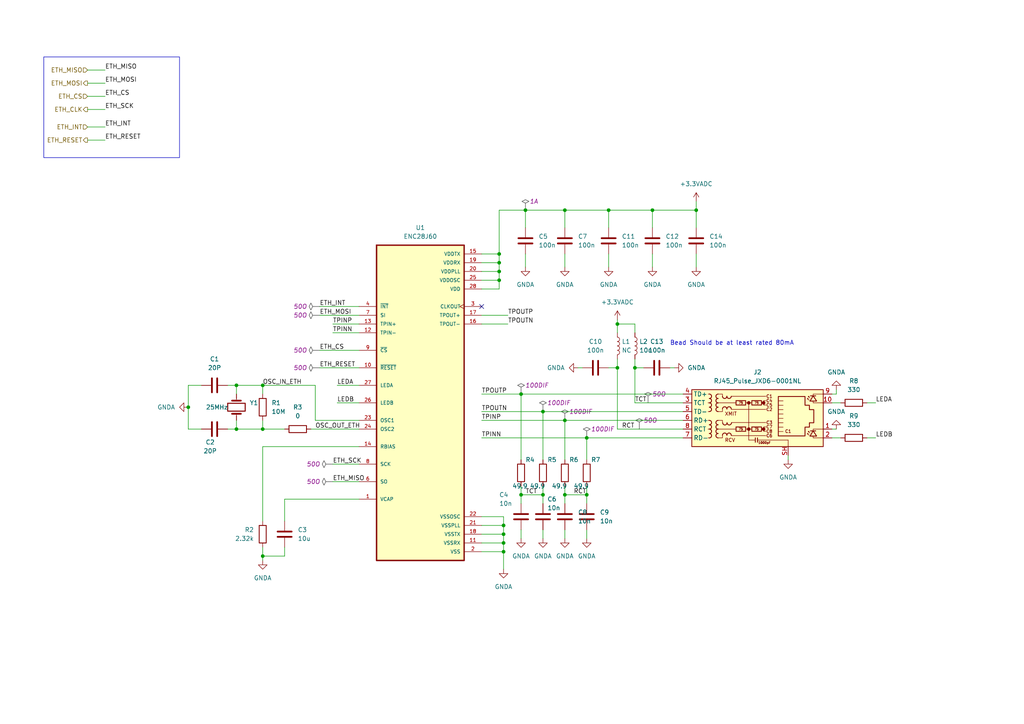
<source format=kicad_sch>
(kicad_sch (version 20230121) (generator eeschema)

  (uuid c8b3764f-949a-48ce-a455-7dfe16b71b5a)

  (paper "A4")

  (lib_symbols
    (symbol "Connector:RJ45_Pulse_JXD6-0001NL" (in_bom yes) (on_board yes)
      (property "Reference" "J" (at 17.78 10.16 0)
        (effects (font (size 1.27 1.27)) (justify right))
      )
      (property "Value" "RJ45_Pulse_JXD6-0001NL" (at -6.35 10.16 0)
        (effects (font (size 1.27 1.27)))
      )
      (property "Footprint" "Connector_RJ:RJ45_Pulse_JXD6-0001NL_Horizontal" (at 0 12.7 0)
        (effects (font (size 1.27 1.27)) hide)
      )
      (property "Datasheet" "https://productfinder.pulseeng.com/doc_type/WEB301/doc_num/JXD6-0001NL/doc_part/JXD6-0001NL.pdf" (at 0 16.51 0)
        (effects (font (size 1.27 1.27)) (justify top) hide)
      )
      (property "ki_keywords" "lan jack socket transformer" (at 0 0 0)
        (effects (font (size 1.27 1.27)) hide)
      )
      (property "ki_description" "LAN Transformer Jack, RJ45, 10/100 BaseT" (at 0 0 0)
        (effects (font (size 1.27 1.27)) hide)
      )
      (property "ki_fp_filters" "RJ45*Pulse*JXD6?0001NL*" (at 0 0 0)
        (effects (font (size 1.27 1.27)) hide)
      )
      (symbol "RJ45_Pulse_JXD6-0001NL_0_0"
        (circle (center -1.27 -2.54) (radius 0.0001)
          (stroke (width 0.508) (type default))
          (fill (type none))
        )
        (circle (center -1.27 5.08) (radius 0.0001)
          (stroke (width 0.508) (type default))
          (fill (type none))
        )
        (polyline
          (pts
            (xy -1.27 5.08)
            (xy -1.27 -5.715)
          )
          (stroke (width 0) (type default))
          (fill (type none))
        )
        (polyline
          (pts
            (xy 0.635 -5.08)
            (xy 0.635 -6.35)
          )
          (stroke (width 0.254) (type default))
          (fill (type none))
        )
        (polyline
          (pts
            (xy 1.27 -5.08)
            (xy 1.27 -6.35)
          )
          (stroke (width 0.254) (type default))
          (fill (type none))
        )
        (polyline
          (pts
            (xy 3.048 -2.54)
            (xy 2.54 -2.54)
          )
          (stroke (width 0) (type default))
          (fill (type none))
        )
        (polyline
          (pts
            (xy 3.048 5.08)
            (xy 2.54 5.08)
          )
          (stroke (width 0) (type default))
          (fill (type none))
        )
        (polyline
          (pts
            (xy 17.399 -3.175)
            (xy 17.399 -2.54)
            (xy 20.32 -2.54)
          )
          (stroke (width 0) (type default))
          (fill (type none))
        )
        (polyline
          (pts
            (xy 17.399 6.985)
            (xy 17.399 7.62)
            (xy 20.32 7.62)
          )
          (stroke (width 0) (type default))
          (fill (type none))
        )
        (polyline
          (pts
            (xy 20.32 -5.08)
            (xy 17.399 -5.08)
            (xy 17.399 -4.572)
          )
          (stroke (width 0) (type default))
          (fill (type none))
        )
        (polyline
          (pts
            (xy 20.32 5.08)
            (xy 17.399 5.08)
            (xy 17.399 5.588)
          )
          (stroke (width 0) (type default))
          (fill (type none))
        )
        (polyline
          (pts
            (xy 3.683 -1.905)
            (xy 3.048 -1.905)
            (xy 3.048 -3.175)
            (xy 3.683 -3.175)
          )
          (stroke (width 0) (type default))
          (fill (type none))
        )
        (polyline
          (pts
            (xy 3.683 5.715)
            (xy 3.048 5.715)
            (xy 3.048 4.445)
            (xy 3.683 4.445)
          )
          (stroke (width 0) (type default))
          (fill (type none))
        )
        (circle (center 3.048 -2.54) (radius 0.0001)
          (stroke (width 0.508) (type default))
          (fill (type none))
        )
        (circle (center 3.048 5.08) (radius 0.0001)
          (stroke (width 0.508) (type default))
          (fill (type none))
        )
        (text "C1" (at 4.699 6.985 0)
          (effects (font (size 0.889 0.889)))
        )
        (text "C1" (at 10.16 -3.175 0)
          (effects (font (size 0.889 0.889)))
        )
        (text "C2" (at 4.699 3.175 0)
          (effects (font (size 0.889 0.889)))
        )
        (text "C3" (at 4.699 -0.635 0)
          (effects (font (size 0.889 0.889)))
        )
        (text "C4" (at 4.699 5.715 0)
          (effects (font (size 0.889 0.889)))
        )
        (text "C5" (at 4.699 4.445 0)
          (effects (font (size 0.889 0.889)))
        )
        (text "C6" (at 4.699 -4.445 0)
          (effects (font (size 0.889 0.889)))
        )
        (text "C7" (at 4.699 -1.905 0)
          (effects (font (size 0.889 0.889)))
        )
        (text "C8" (at 4.699 -3.175 0)
          (effects (font (size 0.889 0.889)))
        )
        (text "RCV" (at -8.255 -5.715 0)
          (effects (font (size 1.016 1.016)) (justify left))
        )
        (text "XMIT" (at -8.255 1.905 0)
          (effects (font (size 1.016 1.016)) (justify left))
        )
      )
      (symbol "RJ45_Pulse_JXD6-0001NL_0_1"
        (rectangle (start -17.78 8.89) (end 20.32 -7.62)
          (stroke (width 0.254) (type default))
          (fill (type background))
        )
        (polyline
          (pts
            (xy -12.7 -5.08)
            (xy -13.081 -5.08)
          )
          (stroke (width 0) (type default))
          (fill (type none))
        )
        (polyline
          (pts
            (xy -12.7 -2.54)
            (xy -13.081 -2.54)
          )
          (stroke (width 0) (type default))
          (fill (type none))
        )
        (polyline
          (pts
            (xy -12.7 0)
            (xy -13.081 0)
          )
          (stroke (width 0) (type default))
          (fill (type none))
        )
        (polyline
          (pts
            (xy -12.7 2.54)
            (xy -13.081 2.54)
          )
          (stroke (width 0) (type default))
          (fill (type none))
        )
        (polyline
          (pts
            (xy -12.7 5.08)
            (xy -13.081 5.08)
          )
          (stroke (width 0) (type default))
          (fill (type none))
        )
        (polyline
          (pts
            (xy -12.7 7.62)
            (xy -13.081 7.62)
          )
          (stroke (width 0) (type default))
          (fill (type none))
        )
        (polyline
          (pts
            (xy -6.35 -4.445)
            (xy 3.683 -4.445)
          )
          (stroke (width 0) (type default))
          (fill (type none))
        )
        (polyline
          (pts
            (xy -6.35 3.175)
            (xy 3.683 3.175)
          )
          (stroke (width 0) (type default))
          (fill (type none))
        )
        (polyline
          (pts
            (xy -6.35 6.985)
            (xy 3.683 6.985)
          )
          (stroke (width 0) (type default))
          (fill (type none))
        )
        (polyline
          (pts
            (xy -6.223 -0.635)
            (xy 3.683 -0.635)
          )
          (stroke (width 0) (type default))
          (fill (type none))
        )
        (polyline
          (pts
            (xy -5.08 -2.54)
            (xy -10.16 -2.54)
          )
          (stroke (width 0) (type default))
          (fill (type none))
        )
        (polyline
          (pts
            (xy -4.953 5.08)
            (xy -10.16 5.08)
          )
          (stroke (width 0) (type default))
          (fill (type none))
        )
        (polyline
          (pts
            (xy -2.159 -2.54)
            (xy -0.381 -2.54)
          )
          (stroke (width 0) (type default))
          (fill (type none))
        )
        (polyline
          (pts
            (xy -2.159 5.08)
            (xy -0.381 5.08)
          )
          (stroke (width 0) (type default))
          (fill (type none))
        )
        (polyline
          (pts
            (xy 0.635 -5.715)
            (xy -1.27 -5.715)
          )
          (stroke (width 0) (type default))
          (fill (type none))
        )
        (polyline
          (pts
            (xy 7.4295 -1.9685)
            (xy 8.6995 -1.9685)
          )
          (stroke (width 0) (type default))
          (fill (type none))
        )
        (polyline
          (pts
            (xy 7.4295 -0.6985)
            (xy 8.6995 -0.6985)
          )
          (stroke (width 0) (type default))
          (fill (type none))
        )
        (polyline
          (pts
            (xy 7.4295 0.5715)
            (xy 8.6995 0.5715)
          )
          (stroke (width 0) (type default))
          (fill (type none))
        )
        (polyline
          (pts
            (xy 7.4295 1.8415)
            (xy 8.6995 1.8415)
          )
          (stroke (width 0) (type default))
          (fill (type none))
        )
        (polyline
          (pts
            (xy 7.4295 3.1115)
            (xy 8.6995 3.1115)
          )
          (stroke (width 0) (type default))
          (fill (type none))
        )
        (polyline
          (pts
            (xy 8.6995 -3.2385)
            (xy 7.4295 -3.2385)
          )
          (stroke (width 0) (type default))
          (fill (type none))
        )
        (polyline
          (pts
            (xy 8.6995 4.3815)
            (xy 7.4295 4.3815)
          )
          (stroke (width 0) (type default))
          (fill (type none))
        )
        (polyline
          (pts
            (xy 8.6995 5.6515)
            (xy 7.4295 5.6515)
          )
          (stroke (width 0) (type default))
          (fill (type none))
        )
        (polyline
          (pts
            (xy 10.16 -5.715)
            (xy 1.27 -5.715)
          )
          (stroke (width 0) (type default))
          (fill (type none))
        )
        (polyline
          (pts
            (xy 10.16 -5.715)
            (xy 10.16 -7.62)
          )
          (stroke (width 0) (type default))
          (fill (type none))
        )
        (polyline
          (pts
            (xy -10.16 0)
            (xy -8.89 0)
            (xy -8.89 -0.635)
          )
          (stroke (width 0) (type default))
          (fill (type none))
        )
        (polyline
          (pts
            (xy -10.16 7.62)
            (xy -8.89 7.62)
            (xy -8.89 6.985)
          )
          (stroke (width 0) (type default))
          (fill (type none))
        )
        (polyline
          (pts
            (xy -8.89 -4.445)
            (xy -8.89 -5.08)
            (xy -10.16 -5.08)
          )
          (stroke (width 0) (type default))
          (fill (type none))
        )
        (polyline
          (pts
            (xy -8.89 3.175)
            (xy -8.89 2.54)
            (xy -10.16 2.54)
          )
          (stroke (width 0) (type default))
          (fill (type none))
        )
      )
      (symbol "RJ45_Pulse_JXD6-0001NL_1_0"
        (text "1000pF" (at 3.302 -6.477 0)
          (effects (font (size 0.635 0.635)))
        )
      )
      (symbol "RJ45_Pulse_JXD6-0001NL_1_1"
        (arc (start -12.7 -1.27) (mid -12.0677 -0.635) (end -12.7 0)
          (stroke (width 0.254) (type default))
          (fill (type none))
        )
        (arc (start -12.6973 -5.08) (mid -12.065 -4.445) (end -12.6973 -3.81)
          (stroke (width 0.254) (type default))
          (fill (type none))
        )
        (arc (start -12.6973 -3.81) (mid -12.065 -3.175) (end -12.6973 -2.54)
          (stroke (width 0.254) (type default))
          (fill (type none))
        )
        (arc (start -12.6973 -2.54) (mid -12.065 -1.905) (end -12.6973 -1.27)
          (stroke (width 0.254) (type default))
          (fill (type none))
        )
        (arc (start -12.6973 6.35) (mid -12.065 6.985) (end -12.6973 7.62)
          (stroke (width 0.254) (type default))
          (fill (type none))
        )
        (arc (start -12.6946 2.54) (mid -12.0623 3.175) (end -12.6946 3.81)
          (stroke (width 0.254) (type default))
          (fill (type none))
        )
        (arc (start -12.6946 3.81) (mid -12.0623 4.445) (end -12.6946 5.08)
          (stroke (width 0.254) (type default))
          (fill (type none))
        )
        (arc (start -12.6946 5.08) (mid -12.0623 5.715) (end -12.6946 6.35)
          (stroke (width 0.254) (type default))
          (fill (type none))
        )
        (arc (start -10.1654 -2.54) (mid -10.7977 -3.175) (end -10.1654 -3.81)
          (stroke (width 0.254) (type default))
          (fill (type none))
        )
        (arc (start -10.1654 -1.27) (mid -10.7977 -1.905) (end -10.1654 -2.54)
          (stroke (width 0.254) (type default))
          (fill (type none))
        )
        (arc (start -10.1654 0) (mid -10.7977 -0.635) (end -10.1654 -1.27)
          (stroke (width 0.254) (type default))
          (fill (type none))
        )
        (arc (start -10.1654 5.08) (mid -10.7977 4.445) (end -10.1654 3.81)
          (stroke (width 0.254) (type default))
          (fill (type none))
        )
        (arc (start -10.1654 6.35) (mid -10.7977 5.715) (end -10.1654 5.08)
          (stroke (width 0.254) (type default))
          (fill (type none))
        )
        (arc (start -10.1654 7.62) (mid -10.7977 6.985) (end -10.1654 6.35)
          (stroke (width 0.254) (type default))
          (fill (type none))
        )
        (arc (start -10.1627 -3.81) (mid -10.795 -4.445) (end -10.1627 -5.08)
          (stroke (width 0.254) (type default))
          (fill (type none))
        )
        (arc (start -10.1627 3.81) (mid -10.795 3.175) (end -10.1627 2.54)
          (stroke (width 0.254) (type default))
          (fill (type none))
        )
        (arc (start -8.89 6.9823) (mid -8.255 6.35) (end -7.62 6.9823)
          (stroke (width 0.254) (type default))
          (fill (type none))
        )
        (arc (start -8.8265 -0.7012) (mid -8.1915 -1.3335) (end -7.5565 -0.7012)
          (stroke (width 0.254) (type default))
          (fill (type none))
        )
        (arc (start -7.62 -4.3153) (mid -8.255 -3.683) (end -8.89 -4.3153)
          (stroke (width 0.254) (type default))
          (fill (type none))
        )
        (arc (start -7.62 3.3047) (mid -8.255 3.937) (end -8.89 3.3047)
          (stroke (width 0.254) (type default))
          (fill (type none))
        )
        (arc (start -7.62 6.985) (mid -6.985 6.3527) (end -6.35 6.985)
          (stroke (width 0.254) (type default))
          (fill (type none))
        )
        (arc (start -7.5565 -0.6985) (mid -6.9215 -1.3308) (end -6.2865 -0.6985)
          (stroke (width 0.254) (type default))
          (fill (type none))
        )
        (arc (start -6.35 -4.3126) (mid -6.985 -3.6803) (end -7.62 -4.3126)
          (stroke (width 0.254) (type default))
          (fill (type none))
        )
        (arc (start -6.35 3.3074) (mid -6.985 3.9397) (end -7.62 3.3074)
          (stroke (width 0.254) (type default))
          (fill (type none))
        )
        (rectangle (start -4.953 -1.905) (end -2.159 -3.175)
          (stroke (width 0.254) (type default))
          (fill (type none))
        )
        (rectangle (start -4.953 5.715) (end -2.159 4.445)
          (stroke (width 0.254) (type default))
          (fill (type none))
        )
        (rectangle (start -0.381 -1.905) (end 2.413 -3.175)
          (stroke (width 0.254) (type default))
          (fill (type none))
        )
        (rectangle (start -0.381 5.715) (end 2.413 4.445)
          (stroke (width 0.254) (type default))
          (fill (type none))
        )
        (polyline
          (pts
            (xy 15.748 -3.81)
            (xy 15.748 -4.064)
          )
          (stroke (width 0) (type default))
          (fill (type none))
        )
        (polyline
          (pts
            (xy 15.748 6.35)
            (xy 15.748 6.096)
          )
          (stroke (width 0) (type default))
          (fill (type none))
        )
        (polyline
          (pts
            (xy 16.002 -3.175)
            (xy 16.002 -3.429)
          )
          (stroke (width 0) (type default))
          (fill (type none))
        )
        (polyline
          (pts
            (xy 16.002 6.985)
            (xy 16.002 6.731)
          )
          (stroke (width 0) (type default))
          (fill (type none))
        )
        (polyline
          (pts
            (xy 16.637 -3.048)
            (xy 18.161 -3.048)
          )
          (stroke (width 0.254) (type default))
          (fill (type none))
        )
        (polyline
          (pts
            (xy 16.637 7.112)
            (xy 18.161 7.112)
          )
          (stroke (width 0.254) (type default))
          (fill (type none))
        )
        (polyline
          (pts
            (xy 16.256 -4.318)
            (xy 15.748 -3.81)
            (xy 16.002 -3.81)
          )
          (stroke (width 0) (type default))
          (fill (type none))
        )
        (polyline
          (pts
            (xy 16.256 5.842)
            (xy 15.748 6.35)
            (xy 16.002 6.35)
          )
          (stroke (width 0) (type default))
          (fill (type none))
        )
        (polyline
          (pts
            (xy 16.51 -3.683)
            (xy 16.002 -3.175)
            (xy 16.256 -3.175)
          )
          (stroke (width 0) (type default))
          (fill (type none))
        )
        (polyline
          (pts
            (xy 16.51 6.477)
            (xy 16.002 6.985)
            (xy 16.256 6.985)
          )
          (stroke (width 0) (type default))
          (fill (type none))
        )
        (polyline
          (pts
            (xy 16.51 -4.572)
            (xy 18.415 -4.572)
            (xy 17.399 -3.048)
            (xy 16.51 -4.572)
          )
          (stroke (width 0.254) (type default))
          (fill (type none))
        )
        (polyline
          (pts
            (xy 16.51 5.588)
            (xy 18.415 5.588)
            (xy 17.399 7.112)
            (xy 16.51 5.588)
          )
          (stroke (width 0.254) (type default))
          (fill (type none))
        )
        (polyline
          (pts
            (xy 7.3025 -4.5085)
            (xy 7.3025 6.9215)
            (xy 15.0495 6.9215)
            (xy 15.0495 4.3815)
            (xy 16.3195 4.3815)
            (xy 16.3195 3.1115)
            (xy 17.5895 3.1115)
            (xy 17.5895 -0.6985)
            (xy 16.3195 -0.6985)
            (xy 16.3195 -1.9685)
            (xy 15.0495 -1.9685)
            (xy 15.0495 -4.5085)
            (xy 7.3025 -4.5085)
          )
          (stroke (width 0.254) (type default))
          (fill (type none))
        )
        (text "75" (at -3.556 -2.54 0)
          (effects (font (size 0.635 0.635)))
        )
        (text "75" (at -3.556 5.08 0)
          (effects (font (size 0.635 0.635)))
        )
        (text "75" (at 1.016 -2.54 0)
          (effects (font (size 0.635 0.635)))
        )
        (text "75" (at 1.016 5.08 0)
          (effects (font (size 0.635 0.635)))
        )
        (pin passive line (at 22.86 -2.54 180) (length 2.54)
          (name "" (effects (font (size 1.27 1.27))))
          (number "1" (effects (font (size 1.27 1.27))))
        )
        (pin passive line (at 22.86 5.08 180) (length 2.54)
          (name "" (effects (font (size 1.27 1.27))))
          (number "10" (effects (font (size 1.27 1.27))))
        )
        (pin passive line (at 22.86 -5.08 180) (length 2.54)
          (name "" (effects (font (size 1.27 1.27))))
          (number "2" (effects (font (size 1.27 1.27))))
        )
        (pin passive line (at -20.32 5.08 0) (length 2.54)
          (name "TCT" (effects (font (size 1.27 1.27))))
          (number "3" (effects (font (size 1.27 1.27))))
        )
        (pin passive line (at -20.32 7.62 0) (length 2.54)
          (name "TD+" (effects (font (size 1.27 1.27))))
          (number "4" (effects (font (size 1.27 1.27))))
        )
        (pin passive line (at -20.32 2.54 0) (length 2.54)
          (name "TD-" (effects (font (size 1.27 1.27))))
          (number "5" (effects (font (size 1.27 1.27))))
        )
        (pin passive line (at -20.32 0 0) (length 2.54)
          (name "RD+" (effects (font (size 1.27 1.27))))
          (number "6" (effects (font (size 1.27 1.27))))
        )
        (pin passive line (at -20.32 -5.08 0) (length 2.54)
          (name "RD-" (effects (font (size 1.27 1.27))))
          (number "7" (effects (font (size 1.27 1.27))))
        )
        (pin passive line (at -20.32 -2.54 0) (length 2.54)
          (name "RCT" (effects (font (size 1.27 1.27))))
          (number "8" (effects (font (size 1.27 1.27))))
        )
        (pin passive line (at 22.86 7.62 180) (length 2.54)
          (name "" (effects (font (size 1.27 1.27))))
          (number "9" (effects (font (size 1.27 1.27))))
        )
        (pin power_in line (at 10.16 -10.16 90) (length 2.54)
          (name "" (effects (font (size 1.27 1.27))))
          (number "SH" (effects (font (size 1.27 1.27))))
        )
      )
    )
    (symbol "Device:C" (pin_numbers hide) (pin_names (offset 0.254)) (in_bom yes) (on_board yes)
      (property "Reference" "C" (at 0.635 2.54 0)
        (effects (font (size 1.27 1.27)) (justify left))
      )
      (property "Value" "C" (at 0.635 -2.54 0)
        (effects (font (size 1.27 1.27)) (justify left))
      )
      (property "Footprint" "" (at 0.9652 -3.81 0)
        (effects (font (size 1.27 1.27)) hide)
      )
      (property "Datasheet" "~" (at 0 0 0)
        (effects (font (size 1.27 1.27)) hide)
      )
      (property "ki_keywords" "cap capacitor" (at 0 0 0)
        (effects (font (size 1.27 1.27)) hide)
      )
      (property "ki_description" "Unpolarized capacitor" (at 0 0 0)
        (effects (font (size 1.27 1.27)) hide)
      )
      (property "ki_fp_filters" "C_*" (at 0 0 0)
        (effects (font (size 1.27 1.27)) hide)
      )
      (symbol "C_0_1"
        (polyline
          (pts
            (xy -2.032 -0.762)
            (xy 2.032 -0.762)
          )
          (stroke (width 0.508) (type default))
          (fill (type none))
        )
        (polyline
          (pts
            (xy -2.032 0.762)
            (xy 2.032 0.762)
          )
          (stroke (width 0.508) (type default))
          (fill (type none))
        )
      )
      (symbol "C_1_1"
        (pin passive line (at 0 3.81 270) (length 2.794)
          (name "~" (effects (font (size 1.27 1.27))))
          (number "1" (effects (font (size 1.27 1.27))))
        )
        (pin passive line (at 0 -3.81 90) (length 2.794)
          (name "~" (effects (font (size 1.27 1.27))))
          (number "2" (effects (font (size 1.27 1.27))))
        )
      )
    )
    (symbol "Device:Crystal" (pin_numbers hide) (pin_names (offset 1.016) hide) (in_bom yes) (on_board yes)
      (property "Reference" "Y" (at 0 3.81 0)
        (effects (font (size 1.27 1.27)))
      )
      (property "Value" "Crystal" (at 0 -3.81 0)
        (effects (font (size 1.27 1.27)))
      )
      (property "Footprint" "" (at 0 0 0)
        (effects (font (size 1.27 1.27)) hide)
      )
      (property "Datasheet" "~" (at 0 0 0)
        (effects (font (size 1.27 1.27)) hide)
      )
      (property "ki_keywords" "quartz ceramic resonator oscillator" (at 0 0 0)
        (effects (font (size 1.27 1.27)) hide)
      )
      (property "ki_description" "Two pin crystal" (at 0 0 0)
        (effects (font (size 1.27 1.27)) hide)
      )
      (property "ki_fp_filters" "Crystal*" (at 0 0 0)
        (effects (font (size 1.27 1.27)) hide)
      )
      (symbol "Crystal_0_1"
        (rectangle (start -1.143 2.54) (end 1.143 -2.54)
          (stroke (width 0.3048) (type default))
          (fill (type none))
        )
        (polyline
          (pts
            (xy -2.54 0)
            (xy -1.905 0)
          )
          (stroke (width 0) (type default))
          (fill (type none))
        )
        (polyline
          (pts
            (xy -1.905 -1.27)
            (xy -1.905 1.27)
          )
          (stroke (width 0.508) (type default))
          (fill (type none))
        )
        (polyline
          (pts
            (xy 1.905 -1.27)
            (xy 1.905 1.27)
          )
          (stroke (width 0.508) (type default))
          (fill (type none))
        )
        (polyline
          (pts
            (xy 2.54 0)
            (xy 1.905 0)
          )
          (stroke (width 0) (type default))
          (fill (type none))
        )
      )
      (symbol "Crystal_1_1"
        (pin passive line (at -3.81 0 0) (length 1.27)
          (name "1" (effects (font (size 1.27 1.27))))
          (number "1" (effects (font (size 1.27 1.27))))
        )
        (pin passive line (at 3.81 0 180) (length 1.27)
          (name "2" (effects (font (size 1.27 1.27))))
          (number "2" (effects (font (size 1.27 1.27))))
        )
      )
    )
    (symbol "Device:L" (pin_numbers hide) (pin_names (offset 1.016) hide) (in_bom yes) (on_board yes)
      (property "Reference" "L" (at -1.27 0 90)
        (effects (font (size 1.27 1.27)))
      )
      (property "Value" "L" (at 1.905 0 90)
        (effects (font (size 1.27 1.27)))
      )
      (property "Footprint" "" (at 0 0 0)
        (effects (font (size 1.27 1.27)) hide)
      )
      (property "Datasheet" "~" (at 0 0 0)
        (effects (font (size 1.27 1.27)) hide)
      )
      (property "ki_keywords" "inductor choke coil reactor magnetic" (at 0 0 0)
        (effects (font (size 1.27 1.27)) hide)
      )
      (property "ki_description" "Inductor" (at 0 0 0)
        (effects (font (size 1.27 1.27)) hide)
      )
      (property "ki_fp_filters" "Choke_* *Coil* Inductor_* L_*" (at 0 0 0)
        (effects (font (size 1.27 1.27)) hide)
      )
      (symbol "L_0_1"
        (arc (start 0 -2.54) (mid 0.6323 -1.905) (end 0 -1.27)
          (stroke (width 0) (type default))
          (fill (type none))
        )
        (arc (start 0 -1.27) (mid 0.6323 -0.635) (end 0 0)
          (stroke (width 0) (type default))
          (fill (type none))
        )
        (arc (start 0 0) (mid 0.6323 0.635) (end 0 1.27)
          (stroke (width 0) (type default))
          (fill (type none))
        )
        (arc (start 0 1.27) (mid 0.6323 1.905) (end 0 2.54)
          (stroke (width 0) (type default))
          (fill (type none))
        )
      )
      (symbol "L_1_1"
        (pin passive line (at 0 3.81 270) (length 1.27)
          (name "1" (effects (font (size 1.27 1.27))))
          (number "1" (effects (font (size 1.27 1.27))))
        )
        (pin passive line (at 0 -3.81 90) (length 1.27)
          (name "2" (effects (font (size 1.27 1.27))))
          (number "2" (effects (font (size 1.27 1.27))))
        )
      )
    )
    (symbol "Device:R" (pin_numbers hide) (pin_names (offset 0)) (in_bom yes) (on_board yes)
      (property "Reference" "R" (at 2.032 0 90)
        (effects (font (size 1.27 1.27)))
      )
      (property "Value" "R" (at 0 0 90)
        (effects (font (size 1.27 1.27)))
      )
      (property "Footprint" "" (at -1.778 0 90)
        (effects (font (size 1.27 1.27)) hide)
      )
      (property "Datasheet" "~" (at 0 0 0)
        (effects (font (size 1.27 1.27)) hide)
      )
      (property "ki_keywords" "R res resistor" (at 0 0 0)
        (effects (font (size 1.27 1.27)) hide)
      )
      (property "ki_description" "Resistor" (at 0 0 0)
        (effects (font (size 1.27 1.27)) hide)
      )
      (property "ki_fp_filters" "R_*" (at 0 0 0)
        (effects (font (size 1.27 1.27)) hide)
      )
      (symbol "R_0_1"
        (rectangle (start -1.016 -2.54) (end 1.016 2.54)
          (stroke (width 0.254) (type default))
          (fill (type none))
        )
      )
      (symbol "R_1_1"
        (pin passive line (at 0 3.81 270) (length 1.27)
          (name "~" (effects (font (size 1.27 1.27))))
          (number "1" (effects (font (size 1.27 1.27))))
        )
        (pin passive line (at 0 -3.81 90) (length 1.27)
          (name "~" (effects (font (size 1.27 1.27))))
          (number "2" (effects (font (size 1.27 1.27))))
        )
      )
    )
    (symbol "ENC28J60:ENC28J60" (pin_names (offset 1.016)) (in_bom yes) (on_board yes)
      (property "Reference" "U" (at -12.7 46.72 0)
        (effects (font (size 1.27 1.27)) (justify left bottom))
      )
      (property "Value" "ENC28J60" (at -12.7 -49.72 0)
        (effects (font (size 1.27 1.27)) (justify left bottom))
      )
      (property "Footprint" "" (at 0 0 0)
        (effects (font (size 1.27 1.27)) hide)
      )
      (property "Datasheet" "" (at 0 0 0)
        (effects (font (size 1.27 1.27)) hide)
      )
      (property "MF" "Microchip" (at 0 0 0)
        (effects (font (size 1.27 1.27)) (justify bottom) hide)
      )
      (property "Description" "\n                        \n                            Ethernet Controller 10 Base-T PHY SPI Interface 28-QFN (6x6)\n                        \n" (at 0 0 0)
        (effects (font (size 1.27 1.27)) (justify bottom) hide)
      )
      (property "Package" "SSOP Microchip" (at 0 0 0)
        (effects (font (size 1.27 1.27)) (justify bottom) hide)
      )
      (property "Price" "None" (at 0 0 0)
        (effects (font (size 1.27 1.27)) (justify bottom) hide)
      )
      (property "SnapEDA_Link" "https://www.snapeda.com/parts/ENC28J60/Microchip/view-part/?ref=snap" (at 0 0 0)
        (effects (font (size 1.27 1.27)) (justify bottom) hide)
      )
      (property "MP" "ENC28J60" (at 0 0 0)
        (effects (font (size 1.27 1.27)) (justify bottom) hide)
      )
      (property "Availability" "In Stock" (at 0 0 0)
        (effects (font (size 1.27 1.27)) (justify bottom) hide)
      )
      (property "Check_prices" "https://www.snapeda.com/parts/ENC28J60/Microchip/view-part/?ref=eda" (at 0 0 0)
        (effects (font (size 1.27 1.27)) (justify bottom) hide)
      )
      (symbol "ENC28J60_0_0"
        (rectangle (start -12.7 -45.72) (end 12.7 45.72)
          (stroke (width 0.41) (type default))
          (fill (type background))
        )
        (pin bidirectional line (at -17.78 -27.94 0) (length 5.08)
          (name "VCAP" (effects (font (size 1.016 1.016))))
          (number "1" (effects (font (size 1.016 1.016))))
        )
        (pin bidirectional line (at -17.78 10.16 0) (length 5.08)
          (name "~{RESET}" (effects (font (size 1.016 1.016))))
          (number "10" (effects (font (size 1.016 1.016))))
        )
        (pin power_in line (at 17.78 -40.64 180) (length 5.08)
          (name "VSSRX" (effects (font (size 1.016 1.016))))
          (number "11" (effects (font (size 1.016 1.016))))
        )
        (pin input line (at -17.78 20.32 0) (length 5.08)
          (name "TPIN-" (effects (font (size 1.016 1.016))))
          (number "12" (effects (font (size 1.016 1.016))))
        )
        (pin input line (at -17.78 22.86 0) (length 5.08)
          (name "TPIN+" (effects (font (size 1.016 1.016))))
          (number "13" (effects (font (size 1.016 1.016))))
        )
        (pin bidirectional line (at -17.78 -12.7 0) (length 5.08)
          (name "RBIAS" (effects (font (size 1.016 1.016))))
          (number "14" (effects (font (size 1.016 1.016))))
        )
        (pin power_in line (at 17.78 43.18 180) (length 5.08)
          (name "VDDTX" (effects (font (size 1.016 1.016))))
          (number "15" (effects (font (size 1.016 1.016))))
        )
        (pin output line (at 17.78 22.86 180) (length 5.08)
          (name "TPOUT-" (effects (font (size 1.016 1.016))))
          (number "16" (effects (font (size 1.016 1.016))))
        )
        (pin output line (at 17.78 25.4 180) (length 5.08)
          (name "TPOUT+" (effects (font (size 1.016 1.016))))
          (number "17" (effects (font (size 1.016 1.016))))
        )
        (pin power_in line (at 17.78 -38.1 180) (length 5.08)
          (name "VSSTX" (effects (font (size 1.016 1.016))))
          (number "18" (effects (font (size 1.016 1.016))))
        )
        (pin power_in line (at 17.78 40.64 180) (length 5.08)
          (name "VDDRX" (effects (font (size 1.016 1.016))))
          (number "19" (effects (font (size 1.016 1.016))))
        )
        (pin power_in line (at 17.78 -43.18 180) (length 5.08)
          (name "VSS" (effects (font (size 1.016 1.016))))
          (number "2" (effects (font (size 1.016 1.016))))
        )
        (pin power_in line (at 17.78 38.1 180) (length 5.08)
          (name "VDDPLL" (effects (font (size 1.016 1.016))))
          (number "20" (effects (font (size 1.016 1.016))))
        )
        (pin power_in line (at 17.78 -35.56 180) (length 5.08)
          (name "VSSPLL" (effects (font (size 1.016 1.016))))
          (number "21" (effects (font (size 1.016 1.016))))
        )
        (pin power_in line (at 17.78 -33.02 180) (length 5.08)
          (name "VSSOSC" (effects (font (size 1.016 1.016))))
          (number "22" (effects (font (size 1.016 1.016))))
        )
        (pin bidirectional line (at -17.78 -5.08 0) (length 5.08)
          (name "OSC1" (effects (font (size 1.016 1.016))))
          (number "23" (effects (font (size 1.016 1.016))))
        )
        (pin bidirectional line (at -17.78 -7.62 0) (length 5.08)
          (name "OSC2" (effects (font (size 1.016 1.016))))
          (number "24" (effects (font (size 1.016 1.016))))
        )
        (pin power_in line (at 17.78 35.56 180) (length 5.08)
          (name "VDDOSC" (effects (font (size 1.016 1.016))))
          (number "25" (effects (font (size 1.016 1.016))))
        )
        (pin bidirectional line (at -17.78 0 0) (length 5.08)
          (name "LEDB" (effects (font (size 1.016 1.016))))
          (number "26" (effects (font (size 1.016 1.016))))
        )
        (pin bidirectional line (at -17.78 5.08 0) (length 5.08)
          (name "LEDA" (effects (font (size 1.016 1.016))))
          (number "27" (effects (font (size 1.016 1.016))))
        )
        (pin power_in line (at 17.78 33.02 180) (length 5.08)
          (name "VDD" (effects (font (size 1.016 1.016))))
          (number "28" (effects (font (size 1.016 1.016))))
        )
        (pin output clock (at 17.78 27.94 180) (length 5.08)
          (name "CLKOUT" (effects (font (size 1.016 1.016))))
          (number "3" (effects (font (size 1.016 1.016))))
        )
        (pin input line (at -17.78 27.94 0) (length 5.08)
          (name "~{INT}" (effects (font (size 1.016 1.016))))
          (number "4" (effects (font (size 1.016 1.016))))
        )
        (pin bidirectional line (at -17.78 -22.86 0) (length 5.08)
          (name "SO" (effects (font (size 1.016 1.016))))
          (number "6" (effects (font (size 1.016 1.016))))
        )
        (pin input line (at -17.78 25.4 0) (length 5.08)
          (name "SI" (effects (font (size 1.016 1.016))))
          (number "7" (effects (font (size 1.016 1.016))))
        )
        (pin bidirectional line (at -17.78 -17.78 0) (length 5.08)
          (name "SCK" (effects (font (size 1.016 1.016))))
          (number "8" (effects (font (size 1.016 1.016))))
        )
        (pin bidirectional line (at -17.78 15.24 0) (length 5.08)
          (name "~{CS}" (effects (font (size 1.016 1.016))))
          (number "9" (effects (font (size 1.016 1.016))))
        )
      )
    )
    (symbol "power:+3.3VADC" (power) (pin_names (offset 0)) (in_bom yes) (on_board yes)
      (property "Reference" "#PWR" (at 3.81 -1.27 0)
        (effects (font (size 1.27 1.27)) hide)
      )
      (property "Value" "+3.3VADC" (at 0 2.54 0)
        (effects (font (size 1.27 1.27)))
      )
      (property "Footprint" "" (at 0 0 0)
        (effects (font (size 1.27 1.27)) hide)
      )
      (property "Datasheet" "" (at 0 0 0)
        (effects (font (size 1.27 1.27)) hide)
      )
      (property "ki_keywords" "global power" (at 0 0 0)
        (effects (font (size 1.27 1.27)) hide)
      )
      (property "ki_description" "Power symbol creates a global label with name \"+3.3VADC\"" (at 0 0 0)
        (effects (font (size 1.27 1.27)) hide)
      )
      (symbol "+3.3VADC_0_0"
        (pin power_in line (at 0 0 90) (length 0) hide
          (name "+3.3VADC" (effects (font (size 1.27 1.27))))
          (number "1" (effects (font (size 1.27 1.27))))
        )
      )
      (symbol "+3.3VADC_0_1"
        (polyline
          (pts
            (xy -0.762 1.27)
            (xy 0 2.54)
          )
          (stroke (width 0) (type default))
          (fill (type none))
        )
        (polyline
          (pts
            (xy 0 0)
            (xy 0 2.54)
          )
          (stroke (width 0) (type default))
          (fill (type none))
        )
        (polyline
          (pts
            (xy 0 2.54)
            (xy 0.762 1.27)
          )
          (stroke (width 0) (type default))
          (fill (type none))
        )
      )
    )
    (symbol "power:GNDA" (power) (pin_names (offset 0)) (in_bom yes) (on_board yes)
      (property "Reference" "#PWR" (at 0 -6.35 0)
        (effects (font (size 1.27 1.27)) hide)
      )
      (property "Value" "GNDA" (at 0 -3.81 0)
        (effects (font (size 1.27 1.27)))
      )
      (property "Footprint" "" (at 0 0 0)
        (effects (font (size 1.27 1.27)) hide)
      )
      (property "Datasheet" "" (at 0 0 0)
        (effects (font (size 1.27 1.27)) hide)
      )
      (property "ki_keywords" "global power" (at 0 0 0)
        (effects (font (size 1.27 1.27)) hide)
      )
      (property "ki_description" "Power symbol creates a global label with name \"GNDA\" , analog ground" (at 0 0 0)
        (effects (font (size 1.27 1.27)) hide)
      )
      (symbol "GNDA_0_1"
        (polyline
          (pts
            (xy 0 0)
            (xy 0 -1.27)
            (xy 1.27 -1.27)
            (xy 0 -2.54)
            (xy -1.27 -1.27)
            (xy 0 -1.27)
          )
          (stroke (width 0) (type default))
          (fill (type none))
        )
      )
      (symbol "GNDA_1_1"
        (pin power_in line (at 0 0 270) (length 0) hide
          (name "GNDA" (effects (font (size 1.27 1.27))))
          (number "1" (effects (font (size 1.27 1.27))))
        )
      )
    )
  )

  (junction (at 170.18 127) (diameter 0) (color 0 0 0 0)
    (uuid 05348664-bf9f-490d-b125-61f50356d1ff)
  )
  (junction (at 170.18 143.51) (diameter 0) (color 0 0 0 0)
    (uuid 1214b261-57de-40ea-bb67-da0901ae9cae)
  )
  (junction (at 144.78 73.66) (diameter 0) (color 0 0 0 0)
    (uuid 14e300ab-f3d1-4b2c-8301-3402ef7a9675)
  )
  (junction (at 163.83 60.96) (diameter 0) (color 0 0 0 0)
    (uuid 19e4e4e8-955f-474c-976e-80a1d798a451)
  )
  (junction (at 144.78 81.28) (diameter 0) (color 0 0 0 0)
    (uuid 1fffa7ba-68de-4df6-9490-8d80e5764e83)
  )
  (junction (at 157.48 143.51) (diameter 0) (color 0 0 0 0)
    (uuid 27ce5a09-73dd-4189-bd82-40d5df7f4612)
  )
  (junction (at 146.05 160.02) (diameter 0) (color 0 0 0 0)
    (uuid 28e44598-83e7-4fd6-b9d2-ebd748f5104b)
  )
  (junction (at 151.13 143.51) (diameter 0) (color 0 0 0 0)
    (uuid 32747c51-7559-4e72-8483-7d3981af28d1)
  )
  (junction (at 76.2 161.29) (diameter 0) (color 0 0 0 0)
    (uuid 3f2ac809-1e8f-4196-a04e-95b5d764effe)
  )
  (junction (at 157.48 119.38) (diameter 0) (color 0 0 0 0)
    (uuid 455e114e-661f-4dd4-9e37-a496d681c5e0)
  )
  (junction (at 76.2 124.46) (diameter 0) (color 0 0 0 0)
    (uuid 48848738-42e5-4485-8a35-52adc4ddf698)
  )
  (junction (at 146.05 154.94) (diameter 0) (color 0 0 0 0)
    (uuid 50be5b4d-ff5c-4e76-8200-5d5d8eaed069)
  )
  (junction (at 201.93 60.96) (diameter 0) (color 0 0 0 0)
    (uuid 517643dc-3615-49e9-8b36-c614807cee69)
  )
  (junction (at 144.78 78.74) (diameter 0) (color 0 0 0 0)
    (uuid 5839b9e2-9422-4d0d-8749-8213131aa870)
  )
  (junction (at 184.15 106.68) (diameter 0) (color 0 0 0 0)
    (uuid 5d6a11ba-876e-441c-b1c9-ec4ee1b05be6)
  )
  (junction (at 146.05 157.48) (diameter 0) (color 0 0 0 0)
    (uuid 5e83b6e4-205b-4042-9beb-c6c083c51893)
  )
  (junction (at 146.05 152.4) (diameter 0) (color 0 0 0 0)
    (uuid 69eb1461-f9b2-48d5-b234-bb04e00dd5de)
  )
  (junction (at 144.78 76.2) (diameter 0) (color 0 0 0 0)
    (uuid 747e5273-21e8-4173-bd69-f09e31e018c8)
  )
  (junction (at 68.58 124.46) (diameter 0) (color 0 0 0 0)
    (uuid 8e133562-918a-427f-9985-384f8385dff8)
  )
  (junction (at 68.58 111.76) (diameter 0) (color 0 0 0 0)
    (uuid a0904173-229b-4536-978f-1052c34e6a08)
  )
  (junction (at 179.07 93.98) (diameter 0) (color 0 0 0 0)
    (uuid a58b49f9-a0c6-4b29-9076-258250f090ac)
  )
  (junction (at 54.61 118.11) (diameter 0) (color 0 0 0 0)
    (uuid a79d20a5-a059-4916-9b6a-f1df6058b86a)
  )
  (junction (at 179.07 106.68) (diameter 0) (color 0 0 0 0)
    (uuid b295a57d-0ed0-4e76-9d5c-ca09191bbddc)
  )
  (junction (at 76.2 111.76) (diameter 0) (color 0 0 0 0)
    (uuid bf33ac0a-353a-4c0a-a6ac-299123e6bc63)
  )
  (junction (at 176.53 60.96) (diameter 0) (color 0 0 0 0)
    (uuid c0bc6548-8141-4a45-8ff4-4e957b7accc9)
  )
  (junction (at 163.83 121.92) (diameter 0) (color 0 0 0 0)
    (uuid ceef1bbe-966e-4fba-9861-d383b0f26775)
  )
  (junction (at 152.4 60.96) (diameter 0) (color 0 0 0 0)
    (uuid d9efba7a-276b-4da0-bbd4-eabfafb43715)
  )
  (junction (at 163.83 143.51) (diameter 0) (color 0 0 0 0)
    (uuid daf3120f-916f-4427-8784-08818c870dea)
  )
  (junction (at 189.23 60.96) (diameter 0) (color 0 0 0 0)
    (uuid dbacc938-61a5-498b-b530-10cfb401972d)
  )
  (junction (at 151.13 114.3) (diameter 0) (color 0 0 0 0)
    (uuid e8322f47-35f3-4cbb-9ef9-54767ea625ee)
  )

  (no_connect (at 139.7 88.9) (uuid a7e06567-4270-4a08-8495-6047ae6ab2f6))

  (wire (pts (xy 104.14 121.92) (xy 91.44 121.92))
    (stroke (width 0) (type default))
    (uuid 01906767-229d-4425-b064-f8e12584796f)
  )
  (wire (pts (xy 151.13 153.67) (xy 151.13 156.21))
    (stroke (width 0) (type default))
    (uuid 04ee1fda-0b78-47ba-a4bd-32ecb49b61a7)
  )
  (wire (pts (xy 241.3 127) (xy 243.84 127))
    (stroke (width 0) (type default))
    (uuid 0b72d946-8e29-40f4-be85-91e2f06a57ee)
  )
  (wire (pts (xy 163.83 73.66) (xy 163.83 77.47))
    (stroke (width 0) (type default))
    (uuid 0b83b5e9-7380-40ae-8156-94c9f9a7af31)
  )
  (wire (pts (xy 92.71 88.9) (xy 104.14 88.9))
    (stroke (width 0) (type default))
    (uuid 0d649495-06a8-4554-9d3c-79d3fbc509c4)
  )
  (wire (pts (xy 139.7 83.82) (xy 144.78 83.82))
    (stroke (width 0) (type default))
    (uuid 0f2ef140-22fe-4f7f-8f8c-acae854d0ca8)
  )
  (wire (pts (xy 82.55 158.75) (xy 82.55 161.29))
    (stroke (width 0) (type default))
    (uuid 0fe90a67-ef9e-4d7f-b6a6-2f850e919ce2)
  )
  (wire (pts (xy 139.7 160.02) (xy 146.05 160.02))
    (stroke (width 0) (type default))
    (uuid 12143086-b16d-4b07-9de4-a56344034ec9)
  )
  (wire (pts (xy 76.2 161.29) (xy 76.2 162.56))
    (stroke (width 0) (type default))
    (uuid 16e84b30-6ec8-4d0b-90a1-8ce37c70bfb8)
  )
  (wire (pts (xy 25.4 27.94) (xy 30.48 27.94))
    (stroke (width 0) (type default))
    (uuid 1939b7d6-47f7-4762-8d66-1f9f823d8195)
  )
  (wire (pts (xy 151.13 114.3) (xy 198.12 114.3))
    (stroke (width 0) (type default))
    (uuid 1aac1df8-d262-4a2c-b4e8-a9eabdbf8da5)
  )
  (wire (pts (xy 91.44 111.76) (xy 76.2 111.76))
    (stroke (width 0) (type default))
    (uuid 1c4a79b2-639a-4e2c-b0e7-d15d777c0e49)
  )
  (wire (pts (xy 54.61 111.76) (xy 54.61 118.11))
    (stroke (width 0) (type default))
    (uuid 1d4f636d-a2d9-4222-b483-d84314ba4f42)
  )
  (wire (pts (xy 96.52 96.52) (xy 104.14 96.52))
    (stroke (width 0) (type default))
    (uuid 228abd58-9f09-4bde-b5e7-b7e8ecbbf003)
  )
  (wire (pts (xy 251.46 116.84) (xy 254 116.84))
    (stroke (width 0) (type default))
    (uuid 234610bd-e883-4653-b9e9-b804fcd5384c)
  )
  (wire (pts (xy 66.04 124.46) (xy 68.58 124.46))
    (stroke (width 0) (type default))
    (uuid 23bdf8cb-eb89-4a4b-9f0c-a5d8b827e55e)
  )
  (wire (pts (xy 90.17 124.46) (xy 104.14 124.46))
    (stroke (width 0) (type default))
    (uuid 26fc7a35-b13f-4337-800a-eab0b2171359)
  )
  (wire (pts (xy 139.7 119.38) (xy 157.48 119.38))
    (stroke (width 0) (type default))
    (uuid 28852b58-2ba4-46c4-aad5-bdebd647d527)
  )
  (wire (pts (xy 167.64 106.68) (xy 168.91 106.68))
    (stroke (width 0) (type default))
    (uuid 29360355-41b3-4f1a-9b78-148ec212c2fe)
  )
  (wire (pts (xy 163.83 60.96) (xy 176.53 60.96))
    (stroke (width 0) (type default))
    (uuid 297dd6a3-de76-4704-a4a7-568aa2e0f344)
  )
  (wire (pts (xy 96.52 134.62) (xy 104.14 134.62))
    (stroke (width 0) (type default))
    (uuid 2a583411-f32a-4410-8cec-7efa53ae3ad6)
  )
  (wire (pts (xy 76.2 158.75) (xy 76.2 161.29))
    (stroke (width 0) (type default))
    (uuid 2b737331-89fa-4e57-a231-1b686dc21c17)
  )
  (wire (pts (xy 25.4 20.32) (xy 30.48 20.32))
    (stroke (width 0) (type default))
    (uuid 30b5f0cf-b117-4d31-97a2-9e9037350999)
  )
  (wire (pts (xy 76.2 124.46) (xy 82.55 124.46))
    (stroke (width 0) (type default))
    (uuid 33d1ff20-d1aa-4acb-9291-2c24458fade2)
  )
  (wire (pts (xy 76.2 129.54) (xy 76.2 151.13))
    (stroke (width 0) (type default))
    (uuid 33dd5db5-8739-4642-8be0-e1d06abe3b97)
  )
  (wire (pts (xy 184.15 106.68) (xy 186.69 106.68))
    (stroke (width 0) (type default))
    (uuid 386cc5d5-4813-4bed-a880-5dc24072ca9a)
  )
  (wire (pts (xy 144.78 81.28) (xy 144.78 83.82))
    (stroke (width 0) (type default))
    (uuid 3cb89f91-bcdc-4473-9684-3fa485489b80)
  )
  (wire (pts (xy 144.78 60.96) (xy 152.4 60.96))
    (stroke (width 0) (type default))
    (uuid 3e0f5800-85b0-4480-bd94-85378b2131b0)
  )
  (wire (pts (xy 139.7 114.3) (xy 151.13 114.3))
    (stroke (width 0) (type default))
    (uuid 41c0c46a-9330-41bd-8877-cefb2d74b8e9)
  )
  (wire (pts (xy 68.58 121.92) (xy 68.58 124.46))
    (stroke (width 0) (type default))
    (uuid 4345c3ac-171c-4291-8d31-8677524da710)
  )
  (wire (pts (xy 146.05 154.94) (xy 146.05 157.48))
    (stroke (width 0) (type default))
    (uuid 44b2c3e9-6765-4733-a222-5545f2ca5b05)
  )
  (wire (pts (xy 151.13 143.51) (xy 157.48 143.51))
    (stroke (width 0) (type default))
    (uuid 45a614e5-f4c3-4bd4-8e37-294e68c0978a)
  )
  (wire (pts (xy 25.4 40.64) (xy 30.48 40.64))
    (stroke (width 0) (type default))
    (uuid 46d951d5-0287-488b-b8f9-fcfea0525f40)
  )
  (wire (pts (xy 228.6 132.08) (xy 228.6 133.35))
    (stroke (width 0) (type default))
    (uuid 4842c525-cc8e-4922-8ef8-283f336cd443)
  )
  (wire (pts (xy 151.13 114.3) (xy 151.13 133.35))
    (stroke (width 0) (type default))
    (uuid 490e8171-c40d-4d50-bcfb-b7b81f959bec)
  )
  (wire (pts (xy 184.15 106.68) (xy 184.15 116.84))
    (stroke (width 0) (type default))
    (uuid 4ad7f364-cc11-428f-9497-3f9299b381e7)
  )
  (wire (pts (xy 139.7 157.48) (xy 146.05 157.48))
    (stroke (width 0) (type default))
    (uuid 4d5cb33c-92b0-4349-9e6e-ccd27ca4b56f)
  )
  (wire (pts (xy 146.05 157.48) (xy 146.05 160.02))
    (stroke (width 0) (type default))
    (uuid 508fd969-8ae2-4228-a318-5696eade615a)
  )
  (wire (pts (xy 184.15 96.52) (xy 184.15 93.98))
    (stroke (width 0) (type default))
    (uuid 50975788-66b7-4dfb-9197-f2d98e38edf3)
  )
  (wire (pts (xy 152.4 60.96) (xy 152.4 66.04))
    (stroke (width 0) (type default))
    (uuid 5141e716-d21f-4ac4-a061-e3bb209d30c7)
  )
  (wire (pts (xy 170.18 127) (xy 170.18 133.35))
    (stroke (width 0) (type default))
    (uuid 5473377d-6427-49ab-8c92-111d6a71c180)
  )
  (wire (pts (xy 54.61 124.46) (xy 58.42 124.46))
    (stroke (width 0) (type default))
    (uuid 55afeaab-d590-45c6-90be-14deb36b919a)
  )
  (wire (pts (xy 184.15 116.84) (xy 198.12 116.84))
    (stroke (width 0) (type default))
    (uuid 5c9c0386-58db-4a72-8199-5903db8aea69)
  )
  (wire (pts (xy 201.93 60.96) (xy 201.93 66.04))
    (stroke (width 0) (type default))
    (uuid 5d4c7916-3056-475e-8c2f-11dbd7462774)
  )
  (wire (pts (xy 97.79 111.76) (xy 104.14 111.76))
    (stroke (width 0) (type default))
    (uuid 5da2f7ef-b1f7-4141-aae6-0bbd151baf3f)
  )
  (wire (pts (xy 170.18 143.51) (xy 170.18 146.05))
    (stroke (width 0) (type default))
    (uuid 5ebfd7e4-1910-4962-b45f-af4319c6af57)
  )
  (wire (pts (xy 151.13 140.97) (xy 151.13 143.51))
    (stroke (width 0) (type default))
    (uuid 60e561c0-05d0-45d7-bc52-41bd57774d6b)
  )
  (wire (pts (xy 157.48 119.38) (xy 157.48 133.35))
    (stroke (width 0) (type default))
    (uuid 627de0c6-fef1-4053-9b92-75f2619df8a7)
  )
  (wire (pts (xy 176.53 106.68) (xy 179.07 106.68))
    (stroke (width 0) (type default))
    (uuid 672a2f66-6263-445e-905e-635ea2822023)
  )
  (wire (pts (xy 189.23 60.96) (xy 201.93 60.96))
    (stroke (width 0) (type default))
    (uuid 68a59cf4-9388-49b4-9950-10aeb08105cd)
  )
  (wire (pts (xy 25.4 24.13) (xy 30.48 24.13))
    (stroke (width 0) (type default))
    (uuid 693f2cc0-cdcc-4ba1-804e-3554eee66e98)
  )
  (wire (pts (xy 157.48 140.97) (xy 157.48 143.51))
    (stroke (width 0) (type default))
    (uuid 711bb84b-3ca5-43c8-9567-f0fb39a8aebe)
  )
  (wire (pts (xy 201.93 73.66) (xy 201.93 77.47))
    (stroke (width 0) (type default))
    (uuid 719286ad-b90b-402a-8cd3-51d09bca3548)
  )
  (wire (pts (xy 139.7 93.98) (xy 147.32 93.98))
    (stroke (width 0) (type default))
    (uuid 72260ece-e484-429b-ab6e-8bc9c63d8c11)
  )
  (wire (pts (xy 241.3 124.46) (xy 242.57 124.46))
    (stroke (width 0) (type default))
    (uuid 722f89e3-6039-4edc-b34d-ab74865dc765)
  )
  (wire (pts (xy 170.18 127) (xy 198.12 127))
    (stroke (width 0) (type default))
    (uuid 74407bc4-cbe2-405f-bca4-93823a097dbc)
  )
  (wire (pts (xy 139.7 121.92) (xy 163.83 121.92))
    (stroke (width 0) (type default))
    (uuid 74badd42-41e5-45c9-ade8-88a73ac472bf)
  )
  (wire (pts (xy 241.3 116.84) (xy 243.84 116.84))
    (stroke (width 0) (type default))
    (uuid 74c6acc6-86c9-471a-8074-2fb5642ed701)
  )
  (wire (pts (xy 139.7 152.4) (xy 146.05 152.4))
    (stroke (width 0) (type default))
    (uuid 77879476-02d9-4a2a-9760-f9d0ee51947c)
  )
  (wire (pts (xy 139.7 154.94) (xy 146.05 154.94))
    (stroke (width 0) (type default))
    (uuid 79ae1d18-ef2c-47fc-8c21-a5e75944726a)
  )
  (wire (pts (xy 176.53 60.96) (xy 189.23 60.96))
    (stroke (width 0) (type default))
    (uuid 7b797840-6c0f-4d7b-8b64-258688af9585)
  )
  (wire (pts (xy 152.4 73.66) (xy 152.4 77.47))
    (stroke (width 0) (type default))
    (uuid 7e251a3e-5a73-4978-bc52-a14ad59c2fae)
  )
  (wire (pts (xy 152.4 60.96) (xy 163.83 60.96))
    (stroke (width 0) (type default))
    (uuid 7e380414-e850-4747-8282-b501d7111683)
  )
  (wire (pts (xy 54.61 118.11) (xy 54.61 124.46))
    (stroke (width 0) (type default))
    (uuid 84660c7b-84af-4b77-a78a-a8c80ce85402)
  )
  (wire (pts (xy 157.48 119.38) (xy 198.12 119.38))
    (stroke (width 0) (type default))
    (uuid 847f3990-853b-41cc-a50f-8b7f494523e0)
  )
  (wire (pts (xy 144.78 60.96) (xy 144.78 73.66))
    (stroke (width 0) (type default))
    (uuid 853d61e2-9d60-4901-a3e3-c429fab1581e)
  )
  (wire (pts (xy 104.14 129.54) (xy 76.2 129.54))
    (stroke (width 0) (type default))
    (uuid 87138c51-5c0a-4772-abad-b12bd5ce018b)
  )
  (wire (pts (xy 139.7 78.74) (xy 144.78 78.74))
    (stroke (width 0) (type default))
    (uuid 8d5da969-1fa0-4ddb-92a4-2ae047bbbe98)
  )
  (wire (pts (xy 144.78 76.2) (xy 144.78 78.74))
    (stroke (width 0) (type default))
    (uuid 8ee594bf-b689-4d6f-a234-b4beb0d6b947)
  )
  (wire (pts (xy 179.07 124.46) (xy 198.12 124.46))
    (stroke (width 0) (type default))
    (uuid 8f0a1e4a-0865-4758-825b-751e8c0d31dd)
  )
  (wire (pts (xy 66.04 111.76) (xy 68.58 111.76))
    (stroke (width 0) (type default))
    (uuid 91e6df11-cd41-4aa8-a639-a223c1f50cca)
  )
  (wire (pts (xy 76.2 114.3) (xy 76.2 111.76))
    (stroke (width 0) (type default))
    (uuid 950e8885-5152-4c6f-96e1-8fb5a1d8257b)
  )
  (wire (pts (xy 163.83 60.96) (xy 163.83 66.04))
    (stroke (width 0) (type default))
    (uuid 95eb7fed-f72c-48db-a26d-bc0c9e6e8ab9)
  )
  (wire (pts (xy 163.83 140.97) (xy 163.83 143.51))
    (stroke (width 0) (type default))
    (uuid 963bb650-ace1-4a0d-bb10-9c961647cba6)
  )
  (wire (pts (xy 157.48 153.67) (xy 157.48 156.21))
    (stroke (width 0) (type default))
    (uuid 9cdf975f-9368-4a0f-a731-61c4734c8f32)
  )
  (wire (pts (xy 25.4 36.83) (xy 30.48 36.83))
    (stroke (width 0) (type default))
    (uuid 9eb790e7-36b7-4d6e-81af-1d8f040bfb94)
  )
  (wire (pts (xy 189.23 73.66) (xy 189.23 77.47))
    (stroke (width 0) (type default))
    (uuid a3a92958-75d4-4ca3-8424-386ca51705cb)
  )
  (wire (pts (xy 92.71 106.68) (xy 104.14 106.68))
    (stroke (width 0) (type default))
    (uuid a583e45f-4c8a-46ef-87a8-30d18dc32744)
  )
  (wire (pts (xy 179.07 106.68) (xy 179.07 124.46))
    (stroke (width 0) (type default))
    (uuid ab126889-b98a-4789-9c0e-58b03e1f534e)
  )
  (wire (pts (xy 92.71 91.44) (xy 104.14 91.44))
    (stroke (width 0) (type default))
    (uuid abf8a3c4-3d73-4e10-a9c4-ef18b1b0e45c)
  )
  (wire (pts (xy 139.7 76.2) (xy 144.78 76.2))
    (stroke (width 0) (type default))
    (uuid ac02212d-1419-44fa-8870-93345c74b282)
  )
  (wire (pts (xy 144.78 78.74) (xy 144.78 81.28))
    (stroke (width 0) (type default))
    (uuid acaff197-6ac2-4dc5-83f9-c91bd44aa0c9)
  )
  (wire (pts (xy 139.7 127) (xy 170.18 127))
    (stroke (width 0) (type default))
    (uuid af4b1753-00cc-4a43-8177-2169e5fe6b3e)
  )
  (wire (pts (xy 68.58 111.76) (xy 68.58 114.3))
    (stroke (width 0) (type default))
    (uuid afd0ac15-b1d7-4818-89ff-b3bb8f4f720f)
  )
  (wire (pts (xy 146.05 149.86) (xy 146.05 152.4))
    (stroke (width 0) (type default))
    (uuid aff6f6ea-a287-4830-af10-b2f4cfcf3d1e)
  )
  (wire (pts (xy 179.07 93.98) (xy 179.07 96.52))
    (stroke (width 0) (type default))
    (uuid b827d60a-fa33-4981-a085-4ed174810f09)
  )
  (wire (pts (xy 194.31 106.68) (xy 195.58 106.68))
    (stroke (width 0) (type default))
    (uuid baa5266d-0a63-475d-9184-e9d21961a38a)
  )
  (wire (pts (xy 96.52 139.7) (xy 104.14 139.7))
    (stroke (width 0) (type default))
    (uuid bd271e66-45b8-444a-9c28-8969160dcd41)
  )
  (wire (pts (xy 58.42 111.76) (xy 54.61 111.76))
    (stroke (width 0) (type default))
    (uuid be8f1116-8c99-43d5-963a-4e87caf4025d)
  )
  (wire (pts (xy 146.05 160.02) (xy 146.05 165.1))
    (stroke (width 0) (type default))
    (uuid c0a5ec79-134d-42f5-bbf3-29e13d69087c)
  )
  (wire (pts (xy 82.55 161.29) (xy 76.2 161.29))
    (stroke (width 0) (type default))
    (uuid c1f7af65-5a01-41db-9b92-e4251692a061)
  )
  (wire (pts (xy 76.2 121.92) (xy 76.2 124.46))
    (stroke (width 0) (type default))
    (uuid c223761e-f7ed-4fb0-8f40-0b1cfc6078b8)
  )
  (wire (pts (xy 82.55 144.78) (xy 82.55 151.13))
    (stroke (width 0) (type default))
    (uuid c244a1c5-5eb3-418b-af92-d66be21ac485)
  )
  (wire (pts (xy 201.93 58.42) (xy 201.93 60.96))
    (stroke (width 0) (type default))
    (uuid c3758acb-68c4-4413-b44a-dc13f74f0732)
  )
  (wire (pts (xy 104.14 144.78) (xy 82.55 144.78))
    (stroke (width 0) (type default))
    (uuid c3a3425c-ba60-4e58-8f1c-684a64d4b514)
  )
  (wire (pts (xy 170.18 153.67) (xy 170.18 156.21))
    (stroke (width 0) (type default))
    (uuid c962bbc3-f84d-4fa5-9ede-a5214dfe5a93)
  )
  (wire (pts (xy 163.83 153.67) (xy 163.83 156.21))
    (stroke (width 0) (type default))
    (uuid ca2910e3-76a2-4716-8b5e-1628a95ad7f3)
  )
  (wire (pts (xy 163.83 133.35) (xy 163.83 121.92))
    (stroke (width 0) (type default))
    (uuid cb72b801-c356-47f3-9b76-8bcef5f410fa)
  )
  (wire (pts (xy 163.83 143.51) (xy 163.83 146.05))
    (stroke (width 0) (type default))
    (uuid cdd7b2b1-89d8-4976-b6fa-09fd53959c6f)
  )
  (wire (pts (xy 139.7 81.28) (xy 144.78 81.28))
    (stroke (width 0) (type default))
    (uuid cf6de1ac-e403-4c4b-a238-b1df7a5cdac2)
  )
  (wire (pts (xy 184.15 104.14) (xy 184.15 106.68))
    (stroke (width 0) (type default))
    (uuid d037436e-4380-42df-ad4d-7a9c564dc59e)
  )
  (wire (pts (xy 92.71 101.6) (xy 104.14 101.6))
    (stroke (width 0) (type default))
    (uuid d1b06fbc-fa42-4109-a47b-5ae6dc75d7a5)
  )
  (wire (pts (xy 179.07 92.71) (xy 179.07 93.98))
    (stroke (width 0) (type default))
    (uuid d1e44271-4bfa-4750-b64c-d1ce1f9ada9c)
  )
  (wire (pts (xy 170.18 140.97) (xy 170.18 143.51))
    (stroke (width 0) (type default))
    (uuid d4b0f8d0-a12d-49ae-80bc-a519c127e435)
  )
  (wire (pts (xy 144.78 73.66) (xy 144.78 76.2))
    (stroke (width 0) (type default))
    (uuid d92cf952-4a19-47df-8518-cc473daa0df6)
  )
  (wire (pts (xy 97.79 116.84) (xy 104.14 116.84))
    (stroke (width 0) (type default))
    (uuid d98b5d13-3d86-48f0-8cf0-e634d9ddae60)
  )
  (wire (pts (xy 96.52 93.98) (xy 104.14 93.98))
    (stroke (width 0) (type default))
    (uuid ddc395bc-c241-4328-8281-25c0bf5350b2)
  )
  (wire (pts (xy 242.57 114.3) (xy 242.57 113.03))
    (stroke (width 0) (type default))
    (uuid df4df4d0-da12-41e5-a8d7-3714c26b38b6)
  )
  (wire (pts (xy 241.3 114.3) (xy 242.57 114.3))
    (stroke (width 0) (type default))
    (uuid e26d3ed9-8a0d-454b-ace9-4b441d82de7e)
  )
  (wire (pts (xy 176.53 60.96) (xy 176.53 66.04))
    (stroke (width 0) (type default))
    (uuid e4e43fec-4d39-4e60-8f3b-672589355602)
  )
  (wire (pts (xy 139.7 73.66) (xy 144.78 73.66))
    (stroke (width 0) (type default))
    (uuid e8d8e289-ca45-4313-a565-54fe20733f75)
  )
  (wire (pts (xy 76.2 124.46) (xy 68.58 124.46))
    (stroke (width 0) (type default))
    (uuid e95e025d-a62e-446f-825c-ce7d9cc0e0b7)
  )
  (wire (pts (xy 151.13 143.51) (xy 151.13 146.05))
    (stroke (width 0) (type default))
    (uuid e991f1fe-a661-44c5-95d4-def2328502cd)
  )
  (wire (pts (xy 157.48 143.51) (xy 157.48 146.05))
    (stroke (width 0) (type default))
    (uuid ebdff883-723e-4e87-913d-070b4226e84f)
  )
  (wire (pts (xy 146.05 152.4) (xy 146.05 154.94))
    (stroke (width 0) (type default))
    (uuid ec2a9658-f558-4a80-8d96-ca44b557a87b)
  )
  (wire (pts (xy 163.83 121.92) (xy 198.12 121.92))
    (stroke (width 0) (type default))
    (uuid ed2db6aa-958c-4228-942d-f6658b7fd5a6)
  )
  (wire (pts (xy 25.4 31.75) (xy 30.48 31.75))
    (stroke (width 0) (type default))
    (uuid ee32b358-4903-4db6-9016-2a49ba0e74bf)
  )
  (wire (pts (xy 139.7 91.44) (xy 147.32 91.44))
    (stroke (width 0) (type default))
    (uuid ef313efb-46ba-4385-a273-6527569adc6c)
  )
  (wire (pts (xy 163.83 143.51) (xy 170.18 143.51))
    (stroke (width 0) (type default))
    (uuid f087ae62-39ac-4397-80bc-d290a6abae4d)
  )
  (wire (pts (xy 184.15 93.98) (xy 179.07 93.98))
    (stroke (width 0) (type default))
    (uuid f169c904-2706-41cd-93b3-a2ecef7aab0d)
  )
  (wire (pts (xy 251.46 127) (xy 254 127))
    (stroke (width 0) (type default))
    (uuid f2b102a5-cc45-4e4c-bca7-87bee6b90fc2)
  )
  (wire (pts (xy 189.23 60.96) (xy 189.23 66.04))
    (stroke (width 0) (type default))
    (uuid f3b18e0f-3d5f-4a35-8a7b-1f74c8248d9b)
  )
  (wire (pts (xy 176.53 73.66) (xy 176.53 77.47))
    (stroke (width 0) (type default))
    (uuid f9fe8c01-8c2c-42fe-b755-091fe3bb684c)
  )
  (wire (pts (xy 179.07 104.14) (xy 179.07 106.68))
    (stroke (width 0) (type default))
    (uuid fa0b2513-f3af-4938-a1c2-aa3b095631bb)
  )
  (wire (pts (xy 139.7 149.86) (xy 146.05 149.86))
    (stroke (width 0) (type default))
    (uuid fc26c3e7-e9f2-446a-b5fe-8694d46b28f0)
  )
  (wire (pts (xy 91.44 121.92) (xy 91.44 111.76))
    (stroke (width 0) (type default))
    (uuid fda9a8f2-9a26-437a-b2e2-ad70a3c476cd)
  )
  (wire (pts (xy 76.2 111.76) (xy 68.58 111.76))
    (stroke (width 0) (type default))
    (uuid ffbf5f93-e571-4d26-86e3-a227f1672739)
  )

  (rectangle (start 12.7 16.51) (end 52.07 45.72)
    (stroke (width 0) (type default))
    (fill (type none))
    (uuid f0c2ee6c-9772-44ba-a674-0c21579ba178)
  )

  (text "Bead Should be at least rated 80mA\n" (at 194.31 100.33 0)
    (effects (font (size 1.27 1.27)) (justify left bottom))
    (uuid 1b8c2e91-29cc-441f-b0e6-2e40cdda9783)
  )

  (label "TPINN" (at 139.7 127 0) (fields_autoplaced)
    (effects (font (size 1.27 1.27)) (justify left bottom))
    (uuid 0df4c7e1-f531-4153-9724-18ea1d03d4b9)
  )
  (label "RCT" (at 166.37 143.51 0) (fields_autoplaced)
    (effects (font (size 1.27 1.27)) (justify left bottom))
    (uuid 138c05ae-4486-4a90-89d0-aa3a2dee47b1)
  )
  (label "LEDA" (at 254 116.84 0) (fields_autoplaced)
    (effects (font (size 1.27 1.27)) (justify left bottom))
    (uuid 16283b6c-711d-47f9-b3e9-ef9db022f5bf)
  )
  (label "TPINP" (at 139.7 121.92 0) (fields_autoplaced)
    (effects (font (size 1.27 1.27)) (justify left bottom))
    (uuid 23937d2e-28cd-4fd2-a83d-b096ef4131c4)
  )
  (label "ETH_SCK" (at 30.48 31.75 0) (fields_autoplaced)
    (effects (font (size 1.27 1.27)) (justify left bottom))
    (uuid 25b2966a-bf33-4d4c-bfc4-56f1cd13626e)
  )
  (label "LEDA" (at 97.79 111.76 0) (fields_autoplaced)
    (effects (font (size 1.27 1.27)) (justify left bottom))
    (uuid 2a7d0d55-5151-4a0d-ac09-22b19ce47357)
  )
  (label "ETH_RESET" (at 92.71 106.68 0) (fields_autoplaced)
    (effects (font (size 1.27 1.27)) (justify left bottom))
    (uuid 39246daa-d2b2-449a-af11-8529afd6f028)
  )
  (label "TCT" (at 184.15 116.84 0) (fields_autoplaced)
    (effects (font (size 1.27 1.27)) (justify left bottom))
    (uuid 4618a595-1bb4-4901-8fa8-f4ae0aa0b450)
  )
  (label "OSC_OUT_ETH" (at 91.44 124.46 0) (fields_autoplaced)
    (effects (font (size 1.27 1.27)) (justify left bottom))
    (uuid 46cb6546-d391-4b9e-a551-5c3f39ee3851)
  )
  (label "ETH_CS" (at 92.71 101.6 0) (fields_autoplaced)
    (effects (font (size 1.27 1.27)) (justify left bottom))
    (uuid 54513f19-a9b8-4197-9b79-cd180f3bb75a)
  )
  (label "TPOUTP" (at 139.7 114.3 0) (fields_autoplaced)
    (effects (font (size 1.27 1.27)) (justify left bottom))
    (uuid 697c7fae-d707-409c-9388-8ede3cb83cfa)
  )
  (label "ETH_SCK" (at 96.52 134.62 0) (fields_autoplaced)
    (effects (font (size 1.27 1.27)) (justify left bottom))
    (uuid 7411c543-76ad-47fa-aa96-3d229cde3bd6)
  )
  (label "TPOUTP" (at 147.32 91.44 0) (fields_autoplaced)
    (effects (font (size 1.27 1.27)) (justify left bottom))
    (uuid 74454668-5215-4154-a9f3-b80d4a756bbc)
  )
  (label "LEDB" (at 97.79 116.84 0) (fields_autoplaced)
    (effects (font (size 1.27 1.27)) (justify left bottom))
    (uuid 78f209e0-0f69-43fe-bbaa-6b64eb691389)
  )
  (label "ETH_MOSI" (at 30.48 24.13 0) (fields_autoplaced)
    (effects (font (size 1.27 1.27)) (justify left bottom))
    (uuid 7d2ce982-9cce-41cd-8985-51f8f14cdbcc)
  )
  (label "TPOUTN" (at 139.7 119.38 0) (fields_autoplaced)
    (effects (font (size 1.27 1.27)) (justify left bottom))
    (uuid 8478fcb9-f5a9-495f-8e0e-b7d1ca3365a8)
  )
  (label "ETH_RESET" (at 30.48 40.64 0) (fields_autoplaced)
    (effects (font (size 1.27 1.27)) (justify left bottom))
    (uuid 851545db-82fa-456f-9e7e-f235f37eb49e)
  )
  (label "ETH_INT" (at 92.71 88.9 0) (fields_autoplaced)
    (effects (font (size 1.27 1.27)) (justify left bottom))
    (uuid 87813cda-e0d4-488a-894c-8b733b2aa744)
  )
  (label "TCT" (at 152.4 143.51 0) (fields_autoplaced)
    (effects (font (size 1.27 1.27)) (justify left bottom))
    (uuid 8c491775-03e9-4b75-97ff-bb558c31737e)
  )
  (label "RCT" (at 180.34 124.46 0) (fields_autoplaced)
    (effects (font (size 1.27 1.27)) (justify left bottom))
    (uuid 9c28d830-fd37-4ddc-9242-06fc4c852fe5)
  )
  (label "ETH_CS" (at 30.48 27.94 0) (fields_autoplaced)
    (effects (font (size 1.27 1.27)) (justify left bottom))
    (uuid a1904b8a-7c5d-4d47-9a03-efc48a9a9660)
  )
  (label "TPINP" (at 96.52 93.98 0) (fields_autoplaced)
    (effects (font (size 1.27 1.27)) (justify left bottom))
    (uuid ad04b2a0-ab8c-4e59-9433-d11544ba840f)
  )
  (label "OSC_IN_ETH" (at 76.2 111.76 0) (fields_autoplaced)
    (effects (font (size 1.27 1.27)) (justify left bottom))
    (uuid c1d40c44-672c-4ce4-92e6-912adb3fa3a5)
  )
  (label "ETH_MISO" (at 96.52 139.7 0) (fields_autoplaced)
    (effects (font (size 1.27 1.27)) (justify left bottom))
    (uuid c2345655-e40c-4990-8943-d6286fdcd010)
  )
  (label "ETH_INT" (at 30.48 36.83 0) (fields_autoplaced)
    (effects (font (size 1.27 1.27)) (justify left bottom))
    (uuid cb32c2b2-b88e-43c3-a928-b8c69c01a3ce)
  )
  (label "ETH_MOSI" (at 92.71 91.44 0) (fields_autoplaced)
    (effects (font (size 1.27 1.27)) (justify left bottom))
    (uuid d32d2d8f-b072-4fbe-a9a4-010cad4bb04e)
  )
  (label "ETH_MISO" (at 30.48 20.32 0) (fields_autoplaced)
    (effects (font (size 1.27 1.27)) (justify left bottom))
    (uuid d9c1ede7-0d5f-4eb7-aea7-80e659883fbd)
  )
  (label "LEDB" (at 254 127 0) (fields_autoplaced)
    (effects (font (size 1.27 1.27)) (justify left bottom))
    (uuid e3037513-0069-48c7-a193-89c18b87ec36)
  )
  (label "TPOUTN" (at 147.32 93.98 0) (fields_autoplaced)
    (effects (font (size 1.27 1.27)) (justify left bottom))
    (uuid e9a353c6-aaea-4f0d-9f26-ce1eebb6d979)
  )
  (label "TPINN" (at 96.52 96.52 0) (fields_autoplaced)
    (effects (font (size 1.27 1.27)) (justify left bottom))
    (uuid f1375e59-41d2-4ac8-9fa9-9cf3e7c316f0)
  )

  (hierarchical_label "ETH_MOSI" (shape output) (at 25.4 24.13 180) (fields_autoplaced)
    (effects (font (size 1.27 1.27)) (justify right))
    (uuid 0ce9316f-8e84-412a-b45d-172f271adb23)
  )
  (hierarchical_label "ETH_MISO" (shape input) (at 25.4 20.32 180) (fields_autoplaced)
    (effects (font (size 1.27 1.27)) (justify right))
    (uuid 2db1afc8-fbdf-47a9-854b-fea0cb2faf59)
  )
  (hierarchical_label "ETH_CLK" (shape output) (at 25.4 31.75 180) (fields_autoplaced)
    (effects (font (size 1.27 1.27)) (justify right))
    (uuid 2e26eef2-e3c9-4f14-88ae-849862bbd71a)
  )
  (hierarchical_label "ETH_RESET" (shape output) (at 25.4 40.64 180) (fields_autoplaced)
    (effects (font (size 1.27 1.27)) (justify right))
    (uuid 2ef06a97-3005-4734-b95c-565e176fad59)
  )
  (hierarchical_label "ETH_CS" (shape input) (at 25.4 27.94 180) (fields_autoplaced)
    (effects (font (size 1.27 1.27)) (justify right))
    (uuid 861967bb-5705-4444-b30d-8a8209fba598)
  )
  (hierarchical_label "ETH_INT" (shape input) (at 25.4 36.83 180) (fields_autoplaced)
    (effects (font (size 1.27 1.27)) (justify right))
    (uuid b095f5de-351b-46ef-bcf6-7c9098b16e54)
  )

  (netclass_flag "" (length 2.54) (shape diamond) (at 187.96 116.84 0) (fields_autoplaced)
    (effects (font (size 1.27 1.27)) (justify left bottom))
    (uuid 056bcf13-4fdd-42cb-9915-ad30788c4f8a)
    (property "Netclass" "50O" (at 189.1665 114.3 0)
      (effects (font (size 1.27 1.27) italic) (justify left))
    )
  )
  (netclass_flag "" (length 2.54) (shape diamond) (at 92.71 91.44 90)
    (effects (font (size 1.27 1.27)) (justify left bottom))
    (uuid 11c6f8c2-dff4-46e2-8af1-80daba78d23f)
    (property "Netclass" "50O" (at 85.09 91.44 0)
      (effects (font (size 1.27 1.27) italic) (justify left))
    )
  )
  (netclass_flag "" (length 2.54) (shape diamond) (at 163.83 121.92 0) (fields_autoplaced)
    (effects (font (size 1.27 1.27)) (justify left bottom))
    (uuid 32710ae6-2431-453d-b920-aaf872b18965)
    (property "Netclass" "100DIF" (at 165.0365 119.38 0)
      (effects (font (size 1.27 1.27) italic) (justify left))
    )
  )
  (netclass_flag "" (length 2.54) (shape diamond) (at 185.42 124.46 0) (fields_autoplaced)
    (effects (font (size 1.27 1.27)) (justify left bottom))
    (uuid 3817b08b-b6c1-4277-880e-5c8ee0836eb4)
    (property "Netclass" "50O" (at 186.6265 121.92 0)
      (effects (font (size 1.27 1.27) italic) (justify left))
    )
  )
  (netclass_flag "" (length 2.54) (shape diamond) (at 152.4 60.96 0) (fields_autoplaced)
    (effects (font (size 1.27 1.27)) (justify left bottom))
    (uuid 39dfb0b3-3bf3-49c8-a412-1b0971a9b6d4)
    (property "Netclass" "1A" (at 153.6065 58.42 0)
      (effects (font (size 1.27 1.27) italic) (justify left))
    )
  )
  (netclass_flag "" (length 2.54) (shape diamond) (at 96.52 134.62 90)
    (effects (font (size 1.27 1.27)) (justify left bottom))
    (uuid 42017370-16f2-42b0-b0f7-5bd761df58c6)
    (property "Netclass" "50O" (at 88.9 134.62 0)
      (effects (font (size 1.27 1.27) italic) (justify left))
    )
  )
  (netclass_flag "" (length 2.54) (shape diamond) (at 92.71 101.6 90)
    (effects (font (size 1.27 1.27)) (justify left bottom))
    (uuid 473c6451-4b9a-4d35-8db2-0cfd6491628f)
    (property "Netclass" "50O" (at 85.09 101.6 0)
      (effects (font (size 1.27 1.27) italic) (justify left))
    )
  )
  (netclass_flag "" (length 2.54) (shape diamond) (at 151.13 114.3 0) (fields_autoplaced)
    (effects (font (size 1.27 1.27)) (justify left bottom))
    (uuid 51cd7526-5f5e-4795-9d53-304765d0caf9)
    (property "Netclass" "100DIF" (at 152.3365 111.76 0)
      (effects (font (size 1.27 1.27) italic) (justify left))
    )
  )
  (netclass_flag "" (length 2.54) (shape diamond) (at 96.52 139.7 90)
    (effects (font (size 1.27 1.27)) (justify left bottom))
    (uuid 5991cb2c-45cf-490f-9ca5-99bf551f1207)
    (property "Netclass" "50O" (at 88.9 139.7 0)
      (effects (font (size 1.27 1.27) italic) (justify left))
    )
  )
  (netclass_flag "" (length 2.54) (shape diamond) (at 170.18 127 0) (fields_autoplaced)
    (effects (font (size 1.27 1.27)) (justify left bottom))
    (uuid 6c659154-26c6-47ca-a5f2-c0c0c6455962)
    (property "Netclass" "100DIF" (at 171.3865 124.46 0)
      (effects (font (size 1.27 1.27) italic) (justify left))
    )
  )
  (netclass_flag "" (length 2.54) (shape diamond) (at 92.71 88.9 90)
    (effects (font (size 1.27 1.27)) (justify left bottom))
    (uuid 6e5e537f-f4b4-483e-981d-68889fc7919d)
    (property "Netclass" "50O" (at 85.09 88.9 0)
      (effects (font (size 1.27 1.27) italic) (justify left))
    )
  )
  (netclass_flag "" (length 2.54) (shape diamond) (at 157.48 119.38 0) (fields_autoplaced)
    (effects (font (size 1.27 1.27)) (justify left bottom))
    (uuid c1008ecb-8475-48fc-b4bb-bd8a708fca27)
    (property "Netclass" "100DIF" (at 158.6865 116.84 0)
      (effects (font (size 1.27 1.27) italic) (justify left))
    )
  )
  (netclass_flag "" (length 2.54) (shape diamond) (at 92.71 106.68 90)
    (effects (font (size 1.27 1.27)) (justify left bottom))
    (uuid cf9dda30-bee8-45d3-a0b6-32b59640c834)
    (property "Netclass" "50O" (at 85.09 106.68 0)
      (effects (font (size 1.27 1.27) italic) (justify left))
    )
  )

  (symbol (lib_id "power:GNDA") (at 170.18 156.21 0) (unit 1)
    (in_bom yes) (on_board yes) (dnp no) (fields_autoplaced)
    (uuid 059bd6c5-fbac-4681-b1ea-821297d97220)
    (property "Reference" "#PWR014" (at 170.18 162.56 0)
      (effects (font (size 1.27 1.27)) hide)
    )
    (property "Value" "GNDA" (at 170.18 161.29 0)
      (effects (font (size 1.27 1.27)))
    )
    (property "Footprint" "" (at 170.18 156.21 0)
      (effects (font (size 1.27 1.27)) hide)
    )
    (property "Datasheet" "" (at 170.18 156.21 0)
      (effects (font (size 1.27 1.27)) hide)
    )
    (pin "1" (uuid a0ba2db9-dd32-4add-9561-f7a213b6db58))
    (instances
      (project "LoadController"
        (path "/8b26b071-6d20-4c0c-9c0f-ae0c3d2c6e7d/bdb36788-cf74-484a-b1b5-5ba31487f78f"
          (reference "#PWR014") (unit 1)
        )
      )
    )
  )

  (symbol (lib_id "Device:L") (at 179.07 100.33 0) (unit 1)
    (in_bom yes) (on_board yes) (dnp no) (fields_autoplaced)
    (uuid 07d3adf7-8708-4d84-8223-2977457c3de9)
    (property "Reference" "L1" (at 180.34 99.06 0)
      (effects (font (size 1.27 1.27)) (justify left))
    )
    (property "Value" "NC" (at 180.34 101.6 0)
      (effects (font (size 1.27 1.27)) (justify left))
    )
    (property "Footprint" "Inductor_SMD:L_0805_2012Metric" (at 179.07 100.33 0)
      (effects (font (size 1.27 1.27)) hide)
    )
    (property "Datasheet" "~" (at 179.07 100.33 0)
      (effects (font (size 1.27 1.27)) hide)
    )
    (pin "1" (uuid b689789d-33f7-4e05-8ac8-b59b7122a79f))
    (pin "2" (uuid 40bd60ab-bdc4-4e2e-b5f7-5a863d3db8c4))
    (instances
      (project "LoadController"
        (path "/8b26b071-6d20-4c0c-9c0f-ae0c3d2c6e7d/bdb36788-cf74-484a-b1b5-5ba31487f78f"
          (reference "L1") (unit 1)
        )
      )
    )
  )

  (symbol (lib_id "Device:C") (at 157.48 149.86 0) (unit 1)
    (in_bom yes) (on_board yes) (dnp no)
    (uuid 16a51e18-4f6d-4fab-a361-ab099d449ee5)
    (property "Reference" "C6" (at 158.75 144.78 0)
      (effects (font (size 1.27 1.27)) (justify left))
    )
    (property "Value" "10n" (at 158.75 147.32 0)
      (effects (font (size 1.27 1.27)) (justify left))
    )
    (property "Footprint" "Capacitor_SMD:C_0603_1608Metric" (at 158.4452 153.67 0)
      (effects (font (size 1.27 1.27)) hide)
    )
    (property "Datasheet" "~" (at 157.48 149.86 0)
      (effects (font (size 1.27 1.27)) hide)
    )
    (pin "1" (uuid 85c4cfa3-6301-4b00-9804-ec7e3ac43605))
    (pin "2" (uuid c0cbcf2b-b52c-4854-affb-dc5c73b96a27))
    (instances
      (project "LoadController"
        (path "/8b26b071-6d20-4c0c-9c0f-ae0c3d2c6e7d/bdb36788-cf74-484a-b1b5-5ba31487f78f"
          (reference "C6") (unit 1)
        )
      )
    )
  )

  (symbol (lib_id "Device:C") (at 62.23 111.76 90) (unit 1)
    (in_bom yes) (on_board yes) (dnp no) (fields_autoplaced)
    (uuid 23a1ea7e-b709-4e78-bd3a-6f560a77e5e6)
    (property "Reference" "C1" (at 62.23 104.14 90)
      (effects (font (size 1.27 1.27)))
    )
    (property "Value" "20P" (at 62.23 106.68 90)
      (effects (font (size 1.27 1.27)))
    )
    (property "Footprint" "Capacitor_SMD:C_0603_1608Metric" (at 66.04 110.7948 0)
      (effects (font (size 1.27 1.27)) hide)
    )
    (property "Datasheet" "~" (at 62.23 111.76 0)
      (effects (font (size 1.27 1.27)) hide)
    )
    (pin "1" (uuid d2996201-5e92-4da8-85b4-8ce303e279aa))
    (pin "2" (uuid 04ec94a4-64bb-4175-9896-527eb195a68b))
    (instances
      (project "LoadController"
        (path "/8b26b071-6d20-4c0c-9c0f-ae0c3d2c6e7d/bdb36788-cf74-484a-b1b5-5ba31487f78f"
          (reference "C1") (unit 1)
        )
      )
    )
  )

  (symbol (lib_id "power:GNDA") (at 146.05 165.1 0) (unit 1)
    (in_bom yes) (on_board yes) (dnp no) (fields_autoplaced)
    (uuid 326062eb-93e8-48ef-8294-9748d2e69fc7)
    (property "Reference" "#PWR07" (at 146.05 171.45 0)
      (effects (font (size 1.27 1.27)) hide)
    )
    (property "Value" "GNDA" (at 146.05 170.18 0)
      (effects (font (size 1.27 1.27)))
    )
    (property "Footprint" "" (at 146.05 165.1 0)
      (effects (font (size 1.27 1.27)) hide)
    )
    (property "Datasheet" "" (at 146.05 165.1 0)
      (effects (font (size 1.27 1.27)) hide)
    )
    (pin "1" (uuid e90310a5-04cd-4f45-82eb-b22a6be74352))
    (instances
      (project "LoadController"
        (path "/8b26b071-6d20-4c0c-9c0f-ae0c3d2c6e7d/bdb36788-cf74-484a-b1b5-5ba31487f78f"
          (reference "#PWR07") (unit 1)
        )
      )
    )
  )

  (symbol (lib_id "Device:C") (at 201.93 69.85 0) (unit 1)
    (in_bom yes) (on_board yes) (dnp no) (fields_autoplaced)
    (uuid 376c148d-f64b-4293-9df9-886d41c21504)
    (property "Reference" "C14" (at 205.74 68.58 0)
      (effects (font (size 1.27 1.27)) (justify left))
    )
    (property "Value" "100n" (at 205.74 71.12 0)
      (effects (font (size 1.27 1.27)) (justify left))
    )
    (property "Footprint" "Capacitor_SMD:C_0603_1608Metric" (at 202.8952 73.66 0)
      (effects (font (size 1.27 1.27)) hide)
    )
    (property "Datasheet" "~" (at 201.93 69.85 0)
      (effects (font (size 1.27 1.27)) hide)
    )
    (pin "1" (uuid 416d4ac7-b402-40da-98f6-c8caf4a971cd))
    (pin "2" (uuid bdba6c97-cdf6-413f-9f0e-3e0fec968c18))
    (instances
      (project "LoadController"
        (path "/8b26b071-6d20-4c0c-9c0f-ae0c3d2c6e7d/bdb36788-cf74-484a-b1b5-5ba31487f78f"
          (reference "C14") (unit 1)
        )
      )
    )
  )

  (symbol (lib_id "Connector:RJ45_Pulse_JXD6-0001NL") (at 218.44 121.92 0) (unit 1)
    (in_bom yes) (on_board yes) (dnp no) (fields_autoplaced)
    (uuid 4233333f-f808-4b50-b5c8-7d5d6423bbab)
    (property "Reference" "J2" (at 219.71 107.95 0)
      (effects (font (size 1.27 1.27)))
    )
    (property "Value" "RJ45_Pulse_JXD6-0001NL" (at 219.71 110.49 0)
      (effects (font (size 1.27 1.27)))
    )
    (property "Footprint" "Connector_RJ:RJ45_Pulse_JXD6-0001NL_Horizontal" (at 218.44 109.22 0)
      (effects (font (size 1.27 1.27)) hide)
    )
    (property "Datasheet" "https://productfinder.pulseeng.com/doc_type/WEB301/doc_num/JXD6-0001NL/doc_part/JXD6-0001NL.pdf" (at 218.44 105.41 0)
      (effects (font (size 1.27 1.27)) (justify top) hide)
    )
    (pin "3" (uuid 8ec3819c-f3aa-4a70-87d8-40a6ef80daff))
    (pin "10" (uuid 7210f44c-f7ee-4222-bd16-1c80c78ee5e4))
    (pin "5" (uuid e775568e-cee4-4484-908d-1025cbd7e686))
    (pin "7" (uuid 78bbaf51-5f6f-41be-bed3-7bf23de22fcf))
    (pin "1" (uuid 33c6f5a4-4017-4942-9150-2b0d6d139982))
    (pin "2" (uuid b22e3b4c-cdb6-4c9c-b0a1-e4326d0597db))
    (pin "6" (uuid a6ca7d2b-0367-4fcd-ac1d-4ecd3557587e))
    (pin "SH" (uuid c48c5b38-ee0b-4ed5-a05f-786f034c0ab9))
    (pin "4" (uuid 4c7a702d-2c34-43b8-a8ac-0e35ae10a5c1))
    (pin "8" (uuid 07a06364-0d82-4b9a-9f78-a055c07c0d13))
    (pin "9" (uuid 6d6879b1-b951-4342-80e4-b5c97f4f7a90))
    (instances
      (project "LoadController"
        (path "/8b26b071-6d20-4c0c-9c0f-ae0c3d2c6e7d/bdb36788-cf74-484a-b1b5-5ba31487f78f"
          (reference "J2") (unit 1)
        )
      )
    )
  )

  (symbol (lib_id "Device:C") (at 189.23 69.85 0) (unit 1)
    (in_bom yes) (on_board yes) (dnp no) (fields_autoplaced)
    (uuid 44454047-0a94-4aa3-a517-0d0b82de00ee)
    (property "Reference" "C12" (at 193.04 68.58 0)
      (effects (font (size 1.27 1.27)) (justify left))
    )
    (property "Value" "100n" (at 193.04 71.12 0)
      (effects (font (size 1.27 1.27)) (justify left))
    )
    (property "Footprint" "Capacitor_SMD:C_0603_1608Metric" (at 190.1952 73.66 0)
      (effects (font (size 1.27 1.27)) hide)
    )
    (property "Datasheet" "~" (at 189.23 69.85 0)
      (effects (font (size 1.27 1.27)) hide)
    )
    (pin "1" (uuid cc1efbff-86b5-483c-9903-bdbb64c80ec2))
    (pin "2" (uuid 7fe6f5fa-01e7-436c-aeed-88bf43ec185a))
    (instances
      (project "LoadController"
        (path "/8b26b071-6d20-4c0c-9c0f-ae0c3d2c6e7d/bdb36788-cf74-484a-b1b5-5ba31487f78f"
          (reference "C12") (unit 1)
        )
      )
    )
  )

  (symbol (lib_id "power:GNDA") (at 195.58 106.68 90) (unit 1)
    (in_bom yes) (on_board yes) (dnp no) (fields_autoplaced)
    (uuid 5030e879-9ce1-4fe1-9a0f-60ef8d788252)
    (property "Reference" "#PWR018" (at 201.93 106.68 0)
      (effects (font (size 1.27 1.27)) hide)
    )
    (property "Value" "GNDA" (at 199.39 106.68 90)
      (effects (font (size 1.27 1.27)) (justify right))
    )
    (property "Footprint" "" (at 195.58 106.68 0)
      (effects (font (size 1.27 1.27)) hide)
    )
    (property "Datasheet" "" (at 195.58 106.68 0)
      (effects (font (size 1.27 1.27)) hide)
    )
    (pin "1" (uuid 8f8651f6-6b55-444f-965e-4374a8103041))
    (instances
      (project "LoadController"
        (path "/8b26b071-6d20-4c0c-9c0f-ae0c3d2c6e7d/bdb36788-cf74-484a-b1b5-5ba31487f78f"
          (reference "#PWR018") (unit 1)
        )
      )
    )
  )

  (symbol (lib_id "power:+3.3VADC") (at 179.07 92.71 0) (unit 1)
    (in_bom yes) (on_board yes) (dnp no) (fields_autoplaced)
    (uuid 56d6bd85-c580-46a1-9216-ed2b4bbea029)
    (property "Reference" "#PWR016" (at 182.88 93.98 0)
      (effects (font (size 1.27 1.27)) hide)
    )
    (property "Value" "+3.3VADC" (at 179.07 87.63 0)
      (effects (font (size 1.27 1.27)))
    )
    (property "Footprint" "" (at 179.07 92.71 0)
      (effects (font (size 1.27 1.27)) hide)
    )
    (property "Datasheet" "" (at 179.07 92.71 0)
      (effects (font (size 1.27 1.27)) hide)
    )
    (pin "1" (uuid 0773132a-e407-4049-8ae2-8574ecac9956))
    (instances
      (project "LoadController"
        (path "/8b26b071-6d20-4c0c-9c0f-ae0c3d2c6e7d/bdb36788-cf74-484a-b1b5-5ba31487f78f"
          (reference "#PWR016") (unit 1)
        )
      )
    )
  )

  (symbol (lib_id "Device:C") (at 170.18 149.86 0) (unit 1)
    (in_bom yes) (on_board yes) (dnp no) (fields_autoplaced)
    (uuid 5959562a-9660-4f78-a436-5fe096596774)
    (property "Reference" "C9" (at 173.99 148.59 0)
      (effects (font (size 1.27 1.27)) (justify left))
    )
    (property "Value" "10n" (at 173.99 151.13 0)
      (effects (font (size 1.27 1.27)) (justify left))
    )
    (property "Footprint" "Capacitor_SMD:C_0603_1608Metric" (at 171.1452 153.67 0)
      (effects (font (size 1.27 1.27)) hide)
    )
    (property "Datasheet" "~" (at 170.18 149.86 0)
      (effects (font (size 1.27 1.27)) hide)
    )
    (pin "1" (uuid b401bad7-065b-482e-b97b-78f2d1a8a03d))
    (pin "2" (uuid 36b079b7-52df-4ffc-aef8-9a335182119f))
    (instances
      (project "LoadController"
        (path "/8b26b071-6d20-4c0c-9c0f-ae0c3d2c6e7d/bdb36788-cf74-484a-b1b5-5ba31487f78f"
          (reference "C9") (unit 1)
        )
      )
    )
  )

  (symbol (lib_id "Device:R") (at 157.48 137.16 180) (unit 1)
    (in_bom yes) (on_board yes) (dnp no)
    (uuid 6612c586-811f-40a8-bc83-64341123e653)
    (property "Reference" "R5" (at 158.75 133.35 0)
      (effects (font (size 1.27 1.27)) (justify right))
    )
    (property "Value" "49.9" (at 153.67 140.97 0)
      (effects (font (size 1.27 1.27)) (justify right))
    )
    (property "Footprint" "Resistor_SMD:R_0603_1608Metric" (at 159.258 137.16 90)
      (effects (font (size 1.27 1.27)) hide)
    )
    (property "Datasheet" "~" (at 157.48 137.16 0)
      (effects (font (size 1.27 1.27)) hide)
    )
    (pin "2" (uuid 5c32a7e5-6872-453b-8c7c-0fd755d4f511))
    (pin "1" (uuid b240c74f-bec0-4435-a178-454211352da7))
    (instances
      (project "LoadController"
        (path "/8b26b071-6d20-4c0c-9c0f-ae0c3d2c6e7d/bdb36788-cf74-484a-b1b5-5ba31487f78f"
          (reference "R5") (unit 1)
        )
      )
    )
  )

  (symbol (lib_id "power:GNDA") (at 54.61 118.11 270) (unit 1)
    (in_bom yes) (on_board yes) (dnp no) (fields_autoplaced)
    (uuid 67811d6c-9790-49f6-8e02-f6c56dae896f)
    (property "Reference" "#PWR05" (at 48.26 118.11 0)
      (effects (font (size 1.27 1.27)) hide)
    )
    (property "Value" "GNDA" (at 50.8 118.11 90)
      (effects (font (size 1.27 1.27)) (justify right))
    )
    (property "Footprint" "" (at 54.61 118.11 0)
      (effects (font (size 1.27 1.27)) hide)
    )
    (property "Datasheet" "" (at 54.61 118.11 0)
      (effects (font (size 1.27 1.27)) hide)
    )
    (pin "1" (uuid da6fe005-123c-4f3c-bebb-67a369caf94b))
    (instances
      (project "LoadController"
        (path "/8b26b071-6d20-4c0c-9c0f-ae0c3d2c6e7d/bdb36788-cf74-484a-b1b5-5ba31487f78f"
          (reference "#PWR05") (unit 1)
        )
      )
    )
  )

  (symbol (lib_id "power:GNDA") (at 157.48 156.21 0) (unit 1)
    (in_bom yes) (on_board yes) (dnp no) (fields_autoplaced)
    (uuid 6d554f67-5ef2-4cf4-8194-aefce4bd34ee)
    (property "Reference" "#PWR010" (at 157.48 162.56 0)
      (effects (font (size 1.27 1.27)) hide)
    )
    (property "Value" "GNDA" (at 157.48 161.29 0)
      (effects (font (size 1.27 1.27)))
    )
    (property "Footprint" "" (at 157.48 156.21 0)
      (effects (font (size 1.27 1.27)) hide)
    )
    (property "Datasheet" "" (at 157.48 156.21 0)
      (effects (font (size 1.27 1.27)) hide)
    )
    (pin "1" (uuid a85f2940-e799-4827-a650-2129a1c260f7))
    (instances
      (project "LoadController"
        (path "/8b26b071-6d20-4c0c-9c0f-ae0c3d2c6e7d/bdb36788-cf74-484a-b1b5-5ba31487f78f"
          (reference "#PWR010") (unit 1)
        )
      )
    )
  )

  (symbol (lib_id "Device:R") (at 76.2 154.94 0) (mirror y) (unit 1)
    (in_bom yes) (on_board yes) (dnp no)
    (uuid 73a1b535-b06c-4e67-bc76-a767633aa21a)
    (property "Reference" "R2" (at 73.66 153.67 0)
      (effects (font (size 1.27 1.27)) (justify left))
    )
    (property "Value" "2.32k" (at 73.66 156.21 0)
      (effects (font (size 1.27 1.27)) (justify left))
    )
    (property "Footprint" "Resistor_SMD:R_0603_1608Metric" (at 77.978 154.94 90)
      (effects (font (size 1.27 1.27)) hide)
    )
    (property "Datasheet" "~" (at 76.2 154.94 0)
      (effects (font (size 1.27 1.27)) hide)
    )
    (pin "2" (uuid fc9c271f-15da-41bd-bd9b-d28ddb48a301))
    (pin "1" (uuid 0f3c90ab-c79d-449e-98e6-f18ae518d0fe))
    (instances
      (project "LoadController"
        (path "/8b26b071-6d20-4c0c-9c0f-ae0c3d2c6e7d/bdb36788-cf74-484a-b1b5-5ba31487f78f"
          (reference "R2") (unit 1)
        )
      )
    )
  )

  (symbol (lib_id "Device:C") (at 82.55 154.94 0) (unit 1)
    (in_bom yes) (on_board yes) (dnp no) (fields_autoplaced)
    (uuid 7ff3adce-3f34-4e16-aca6-2dd48dc40eab)
    (property "Reference" "C3" (at 86.36 153.67 0)
      (effects (font (size 1.27 1.27)) (justify left))
    )
    (property "Value" "10u" (at 86.36 156.21 0)
      (effects (font (size 1.27 1.27)) (justify left))
    )
    (property "Footprint" "Capacitor_SMD:C_0603_1608Metric" (at 83.5152 158.75 0)
      (effects (font (size 1.27 1.27)) hide)
    )
    (property "Datasheet" "~" (at 82.55 154.94 0)
      (effects (font (size 1.27 1.27)) hide)
    )
    (pin "1" (uuid 696a1df3-75b3-4404-aa3f-506fc56383fa))
    (pin "2" (uuid d46e1d45-0823-454f-a249-ef207643312f))
    (instances
      (project "LoadController"
        (path "/8b26b071-6d20-4c0c-9c0f-ae0c3d2c6e7d/bdb36788-cf74-484a-b1b5-5ba31487f78f"
          (reference "C3") (unit 1)
        )
      )
    )
  )

  (symbol (lib_id "Device:R") (at 86.36 124.46 90) (unit 1)
    (in_bom yes) (on_board yes) (dnp no) (fields_autoplaced)
    (uuid 8c312179-ecdd-4704-a65d-466a8fe3e9cf)
    (property "Reference" "R3" (at 86.36 118.11 90)
      (effects (font (size 1.27 1.27)))
    )
    (property "Value" "0" (at 86.36 120.65 90)
      (effects (font (size 1.27 1.27)))
    )
    (property "Footprint" "Resistor_SMD:R_0603_1608Metric" (at 86.36 126.238 90)
      (effects (font (size 1.27 1.27)) hide)
    )
    (property "Datasheet" "~" (at 86.36 124.46 0)
      (effects (font (size 1.27 1.27)) hide)
    )
    (pin "2" (uuid 6ebcc81e-5e45-4c23-99c3-1347c0abe235))
    (pin "1" (uuid 54374241-bf6f-47df-8cd7-551f4bb7d2ff))
    (instances
      (project "LoadController"
        (path "/8b26b071-6d20-4c0c-9c0f-ae0c3d2c6e7d/bdb36788-cf74-484a-b1b5-5ba31487f78f"
          (reference "R3") (unit 1)
        )
      )
    )
  )

  (symbol (lib_id "Device:C") (at 176.53 69.85 0) (unit 1)
    (in_bom yes) (on_board yes) (dnp no) (fields_autoplaced)
    (uuid 92adfa3f-bf01-4fc0-b51e-0e761e6a435a)
    (property "Reference" "C11" (at 180.34 68.58 0)
      (effects (font (size 1.27 1.27)) (justify left))
    )
    (property "Value" "100n" (at 180.34 71.12 0)
      (effects (font (size 1.27 1.27)) (justify left))
    )
    (property "Footprint" "Capacitor_SMD:C_0603_1608Metric" (at 177.4952 73.66 0)
      (effects (font (size 1.27 1.27)) hide)
    )
    (property "Datasheet" "~" (at 176.53 69.85 0)
      (effects (font (size 1.27 1.27)) hide)
    )
    (pin "1" (uuid 892b60b4-2936-4542-be0c-69695bdd1940))
    (pin "2" (uuid fd928232-29c7-43a8-a4ed-fef3b569a0f9))
    (instances
      (project "LoadController"
        (path "/8b26b071-6d20-4c0c-9c0f-ae0c3d2c6e7d/bdb36788-cf74-484a-b1b5-5ba31487f78f"
          (reference "C11") (unit 1)
        )
      )
    )
  )

  (symbol (lib_id "ENC28J60:ENC28J60") (at 121.92 116.84 0) (unit 1)
    (in_bom yes) (on_board yes) (dnp no) (fields_autoplaced)
    (uuid 9aa4ea47-38ff-4b78-98ea-c0f5f1e9865a)
    (property "Reference" "U1" (at 121.92 66.04 0)
      (effects (font (size 1.27 1.27)))
    )
    (property "Value" "ENC28J60" (at 121.92 68.58 0)
      (effects (font (size 1.27 1.27)))
    )
    (property "Footprint" "ETHControllerLib:SOIC127P1030X265-28N" (at 121.92 116.84 0)
      (effects (font (size 1.27 1.27)) hide)
    )
    (property "Datasheet" "" (at 121.92 116.84 0)
      (effects (font (size 1.27 1.27)) hide)
    )
    (property "MF" "Microchip" (at 121.92 116.84 0)
      (effects (font (size 1.27 1.27)) (justify bottom) hide)
    )
    (property "Description" "\n                        \n                            Ethernet Controller 10 Base-T PHY SPI Interface 28-QFN (6x6)\n                        \n" (at 121.92 116.84 0)
      (effects (font (size 1.27 1.27)) (justify bottom) hide)
    )
    (property "Package" "SSOP Microchip" (at 121.92 116.84 0)
      (effects (font (size 1.27 1.27)) (justify bottom) hide)
    )
    (property "Price" "None" (at 121.92 116.84 0)
      (effects (font (size 1.27 1.27)) (justify bottom) hide)
    )
    (property "SnapEDA_Link" "https://www.snapeda.com/parts/ENC28J60/Microchip/view-part/?ref=snap" (at 121.92 116.84 0)
      (effects (font (size 1.27 1.27)) (justify bottom) hide)
    )
    (property "MP" "ENC28J60" (at 121.92 116.84 0)
      (effects (font (size 1.27 1.27)) (justify bottom) hide)
    )
    (property "Availability" "In Stock" (at 121.92 116.84 0)
      (effects (font (size 1.27 1.27)) (justify bottom) hide)
    )
    (property "Check_prices" "https://www.snapeda.com/parts/ENC28J60/Microchip/view-part/?ref=eda" (at 121.92 116.84 0)
      (effects (font (size 1.27 1.27)) (justify bottom) hide)
    )
    (pin "13" (uuid 753a9aaa-aa4a-4e15-a9b9-9d99cca4f237))
    (pin "9" (uuid bc053093-b488-4371-b60d-a7b9890b45ac))
    (pin "12" (uuid f8f5b7f2-f20b-46b2-9b3c-a7fe5f8e4929))
    (pin "17" (uuid 90d9e2ce-0c51-4354-8e92-62dc7809fead))
    (pin "4" (uuid e5c50731-e0f3-475a-8336-dc339519120f))
    (pin "15" (uuid e254fd75-8905-4073-a941-4a774c04eb5b))
    (pin "21" (uuid dc789e39-a00f-4a7b-9f2c-39ab9f85c7a8))
    (pin "24" (uuid 7352499e-3122-4771-b3fa-c58d7e98cf1b))
    (pin "2" (uuid 4b3b24af-73aa-467d-ac60-e21dfd16a48b))
    (pin "1" (uuid 6a80a669-fc3a-4604-94c0-ada8c7619d9f))
    (pin "19" (uuid d0cd0455-a0e6-4f85-90e4-b022f6cff4b6))
    (pin "28" (uuid 3dccc401-279c-416b-a33d-1772fb051741))
    (pin "3" (uuid 42e6b251-4b65-4df6-93cc-00b2f3d90bca))
    (pin "6" (uuid dcfbc7a6-2dd5-434d-adc0-a77de28a0700))
    (pin "10" (uuid 6309d679-b6be-4e6a-bc1e-bf6e77208ec7))
    (pin "11" (uuid 1979f0df-5f48-4912-996b-49fc47d9a1df))
    (pin "8" (uuid 87cf7ac3-a123-4fe3-bfb6-e06a81f27f87))
    (pin "20" (uuid b7946255-4df4-4cc0-95a6-3213d7334894))
    (pin "23" (uuid d2a63fdc-c6f6-479d-9009-b7305d8d9f01))
    (pin "18" (uuid 9b49ae15-4e07-42be-b61a-cef9c12b19ad))
    (pin "25" (uuid cae806b7-726e-4960-8988-59670a126e95))
    (pin "26" (uuid 8a24a434-22f5-49fd-8b12-128991972c2f))
    (pin "14" (uuid b968cfce-3835-4e54-bec1-960b1b4e7c97))
    (pin "22" (uuid c2acde7d-bc21-4368-bf63-8e185a0becc0))
    (pin "27" (uuid 2eeb0634-faea-4a2c-95e7-7e43e7154da9))
    (pin "7" (uuid 3015d66e-3fc2-45af-9e87-a1ea0458d1bb))
    (pin "16" (uuid 226506bb-e04b-49ba-930e-5c690b785f65))
    (instances
      (project "LoadController"
        (path "/8b26b071-6d20-4c0c-9c0f-ae0c3d2c6e7d/bdb36788-cf74-484a-b1b5-5ba31487f78f"
          (reference "U1") (unit 1)
        )
      )
    )
  )

  (symbol (lib_id "Device:C") (at 163.83 149.86 0) (unit 1)
    (in_bom yes) (on_board yes) (dnp no) (fields_autoplaced)
    (uuid 9b7cb92f-4131-48ae-b378-4f94e105b8c6)
    (property "Reference" "C8" (at 167.64 148.59 0)
      (effects (font (size 1.27 1.27)) (justify left))
    )
    (property "Value" "10n" (at 167.64 151.13 0)
      (effects (font (size 1.27 1.27)) (justify left))
    )
    (property "Footprint" "Capacitor_SMD:C_0603_1608Metric" (at 164.7952 153.67 0)
      (effects (font (size 1.27 1.27)) hide)
    )
    (property "Datasheet" "~" (at 163.83 149.86 0)
      (effects (font (size 1.27 1.27)) hide)
    )
    (pin "1" (uuid db0d47eb-6b7a-45b0-9dbc-a811d2754fa7))
    (pin "2" (uuid fe0ee4b4-9d07-484a-b106-0885eeb82396))
    (instances
      (project "LoadController"
        (path "/8b26b071-6d20-4c0c-9c0f-ae0c3d2c6e7d/bdb36788-cf74-484a-b1b5-5ba31487f78f"
          (reference "C8") (unit 1)
        )
      )
    )
  )

  (symbol (lib_id "Device:C") (at 163.83 69.85 0) (unit 1)
    (in_bom yes) (on_board yes) (dnp no) (fields_autoplaced)
    (uuid a0c4bd19-bb57-4d35-93c0-07ab359f146a)
    (property "Reference" "C7" (at 167.64 68.58 0)
      (effects (font (size 1.27 1.27)) (justify left))
    )
    (property "Value" "100n" (at 167.64 71.12 0)
      (effects (font (size 1.27 1.27)) (justify left))
    )
    (property "Footprint" "Capacitor_SMD:C_0603_1608Metric" (at 164.7952 73.66 0)
      (effects (font (size 1.27 1.27)) hide)
    )
    (property "Datasheet" "~" (at 163.83 69.85 0)
      (effects (font (size 1.27 1.27)) hide)
    )
    (pin "1" (uuid da100c3b-cab7-4f6b-9757-f9130f4d0456))
    (pin "2" (uuid e26cb4c6-169f-4e9f-ace5-a2424f0be7f5))
    (instances
      (project "LoadController"
        (path "/8b26b071-6d20-4c0c-9c0f-ae0c3d2c6e7d/bdb36788-cf74-484a-b1b5-5ba31487f78f"
          (reference "C7") (unit 1)
        )
      )
    )
  )

  (symbol (lib_id "Device:R") (at 163.83 137.16 180) (unit 1)
    (in_bom yes) (on_board yes) (dnp no)
    (uuid a1ef7658-e669-46d2-ae40-26bb896ed19e)
    (property "Reference" "R6" (at 165.1 133.35 0)
      (effects (font (size 1.27 1.27)) (justify right))
    )
    (property "Value" "49.9" (at 160.02 140.97 0)
      (effects (font (size 1.27 1.27)) (justify right))
    )
    (property "Footprint" "Resistor_SMD:R_0603_1608Metric" (at 165.608 137.16 90)
      (effects (font (size 1.27 1.27)) hide)
    )
    (property "Datasheet" "~" (at 163.83 137.16 0)
      (effects (font (size 1.27 1.27)) hide)
    )
    (pin "2" (uuid d57f91b6-c65f-4f08-8b05-034c82e2b49b))
    (pin "1" (uuid e20c2d32-f158-4302-bb1e-b776424e3a7c))
    (instances
      (project "LoadController"
        (path "/8b26b071-6d20-4c0c-9c0f-ae0c3d2c6e7d/bdb36788-cf74-484a-b1b5-5ba31487f78f"
          (reference "R6") (unit 1)
        )
      )
    )
  )

  (symbol (lib_id "Device:R") (at 247.65 116.84 90) (unit 1)
    (in_bom yes) (on_board yes) (dnp no) (fields_autoplaced)
    (uuid a98c8d97-c7bd-4716-9c13-8ee38103a223)
    (property "Reference" "R8" (at 247.65 110.49 90)
      (effects (font (size 1.27 1.27)))
    )
    (property "Value" "330" (at 247.65 113.03 90)
      (effects (font (size 1.27 1.27)))
    )
    (property "Footprint" "Resistor_SMD:R_0603_1608Metric" (at 247.65 118.618 90)
      (effects (font (size 1.27 1.27)) hide)
    )
    (property "Datasheet" "~" (at 247.65 116.84 0)
      (effects (font (size 1.27 1.27)) hide)
    )
    (pin "1" (uuid 65318e1d-aab2-4452-b71c-0142d87434ff))
    (pin "2" (uuid de9bdeeb-b849-4cf4-9b11-f7895a67f892))
    (instances
      (project "LoadController"
        (path "/8b26b071-6d20-4c0c-9c0f-ae0c3d2c6e7d/bdb36788-cf74-484a-b1b5-5ba31487f78f"
          (reference "R8") (unit 1)
        )
      )
    )
  )

  (symbol (lib_id "Device:R") (at 151.13 137.16 180) (unit 1)
    (in_bom yes) (on_board yes) (dnp no)
    (uuid aa0ff099-4306-4c85-a12b-f8b733d59b73)
    (property "Reference" "R4" (at 152.4 133.35 0)
      (effects (font (size 1.27 1.27)) (justify right))
    )
    (property "Value" "49.9" (at 148.59 140.97 0)
      (effects (font (size 1.27 1.27)) (justify right))
    )
    (property "Footprint" "Resistor_SMD:R_0603_1608Metric" (at 152.908 137.16 90)
      (effects (font (size 1.27 1.27)) hide)
    )
    (property "Datasheet" "~" (at 151.13 137.16 0)
      (effects (font (size 1.27 1.27)) hide)
    )
    (pin "2" (uuid 0a52a7f4-7962-4287-b04a-02f81f3e70d5))
    (pin "1" (uuid 5f582a1b-1a92-475f-820f-b1dc2d219f88))
    (instances
      (project "LoadController"
        (path "/8b26b071-6d20-4c0c-9c0f-ae0c3d2c6e7d/bdb36788-cf74-484a-b1b5-5ba31487f78f"
          (reference "R4") (unit 1)
        )
      )
    )
  )

  (symbol (lib_id "Device:C") (at 172.72 106.68 90) (unit 1)
    (in_bom yes) (on_board yes) (dnp no) (fields_autoplaced)
    (uuid aad915c2-e95e-41d3-94b5-4aac7088da2f)
    (property "Reference" "C10" (at 172.72 99.06 90)
      (effects (font (size 1.27 1.27)))
    )
    (property "Value" "100n" (at 172.72 101.6 90)
      (effects (font (size 1.27 1.27)))
    )
    (property "Footprint" "Capacitor_SMD:C_0603_1608Metric" (at 176.53 105.7148 0)
      (effects (font (size 1.27 1.27)) hide)
    )
    (property "Datasheet" "~" (at 172.72 106.68 0)
      (effects (font (size 1.27 1.27)) hide)
    )
    (pin "1" (uuid 8912940f-6733-44ef-9370-8579b5c2c2c9))
    (pin "2" (uuid 540c9a25-7186-412e-9066-791b9c1b6d5a))
    (instances
      (project "LoadController"
        (path "/8b26b071-6d20-4c0c-9c0f-ae0c3d2c6e7d/bdb36788-cf74-484a-b1b5-5ba31487f78f"
          (reference "C10") (unit 1)
        )
      )
    )
  )

  (symbol (lib_id "power:GNDA") (at 242.57 113.03 180) (unit 1)
    (in_bom yes) (on_board yes) (dnp no) (fields_autoplaced)
    (uuid b272d771-1f56-4d56-82d3-66ec3a465725)
    (property "Reference" "#PWR022" (at 242.57 106.68 0)
      (effects (font (size 1.27 1.27)) hide)
    )
    (property "Value" "GNDA" (at 242.57 107.95 0)
      (effects (font (size 1.27 1.27)))
    )
    (property "Footprint" "" (at 242.57 113.03 0)
      (effects (font (size 1.27 1.27)) hide)
    )
    (property "Datasheet" "" (at 242.57 113.03 0)
      (effects (font (size 1.27 1.27)) hide)
    )
    (pin "1" (uuid 03f08319-2520-4b52-842e-0b10ecc95b91))
    (instances
      (project "LoadController"
        (path "/8b26b071-6d20-4c0c-9c0f-ae0c3d2c6e7d/bdb36788-cf74-484a-b1b5-5ba31487f78f"
          (reference "#PWR022") (unit 1)
        )
      )
    )
  )

  (symbol (lib_id "Device:Crystal") (at 68.58 118.11 90) (unit 1)
    (in_bom yes) (on_board yes) (dnp no)
    (uuid b7826c38-208b-42f6-82d4-0a01d0ced03b)
    (property "Reference" "Y1" (at 72.39 116.84 90)
      (effects (font (size 1.27 1.27)) (justify right))
    )
    (property "Value" "25MHz" (at 59.69 118.11 90)
      (effects (font (size 1.27 1.27)) (justify right))
    )
    (property "Footprint" "Crystal:Crystal_SMD_HC49-SD" (at 68.58 118.11 0)
      (effects (font (size 1.27 1.27)) hide)
    )
    (property "Datasheet" "~" (at 68.58 118.11 0)
      (effects (font (size 1.27 1.27)) hide)
    )
    (pin "1" (uuid 4b01b960-ca3b-4a3e-a44d-9c8fcaa31963))
    (pin "2" (uuid 8b342694-6cb2-40c7-bfcb-558d8b925169))
    (instances
      (project "LoadController"
        (path "/8b26b071-6d20-4c0c-9c0f-ae0c3d2c6e7d/bdb36788-cf74-484a-b1b5-5ba31487f78f"
          (reference "Y1") (unit 1)
        )
      )
    )
  )

  (symbol (lib_id "power:GNDA") (at 201.93 77.47 0) (unit 1)
    (in_bom yes) (on_board yes) (dnp no) (fields_autoplaced)
    (uuid b906187a-dcd7-4111-b379-57e8dd55487f)
    (property "Reference" "#PWR020" (at 201.93 83.82 0)
      (effects (font (size 1.27 1.27)) hide)
    )
    (property "Value" "GNDA" (at 201.93 82.55 0)
      (effects (font (size 1.27 1.27)))
    )
    (property "Footprint" "" (at 201.93 77.47 0)
      (effects (font (size 1.27 1.27)) hide)
    )
    (property "Datasheet" "" (at 201.93 77.47 0)
      (effects (font (size 1.27 1.27)) hide)
    )
    (pin "1" (uuid 9ed40252-b517-497c-81de-95845de595a4))
    (instances
      (project "LoadController"
        (path "/8b26b071-6d20-4c0c-9c0f-ae0c3d2c6e7d/bdb36788-cf74-484a-b1b5-5ba31487f78f"
          (reference "#PWR020") (unit 1)
        )
      )
    )
  )

  (symbol (lib_id "power:GNDA") (at 76.2 162.56 0) (unit 1)
    (in_bom yes) (on_board yes) (dnp no) (fields_autoplaced)
    (uuid bbf477f0-a134-4628-8151-8d62fb7ec541)
    (property "Reference" "#PWR06" (at 76.2 168.91 0)
      (effects (font (size 1.27 1.27)) hide)
    )
    (property "Value" "GNDA" (at 76.2 167.64 0)
      (effects (font (size 1.27 1.27)))
    )
    (property "Footprint" "" (at 76.2 162.56 0)
      (effects (font (size 1.27 1.27)) hide)
    )
    (property "Datasheet" "" (at 76.2 162.56 0)
      (effects (font (size 1.27 1.27)) hide)
    )
    (pin "1" (uuid e0047632-d14c-4607-af57-98917b6bf5a4))
    (instances
      (project "LoadController"
        (path "/8b26b071-6d20-4c0c-9c0f-ae0c3d2c6e7d/bdb36788-cf74-484a-b1b5-5ba31487f78f"
          (reference "#PWR06") (unit 1)
        )
      )
    )
  )

  (symbol (lib_id "power:GNDA") (at 152.4 77.47 0) (unit 1)
    (in_bom yes) (on_board yes) (dnp no) (fields_autoplaced)
    (uuid bec9417b-5a59-40a4-ae37-3a77a445ac63)
    (property "Reference" "#PWR09" (at 152.4 83.82 0)
      (effects (font (size 1.27 1.27)) hide)
    )
    (property "Value" "GNDA" (at 152.4 82.55 0)
      (effects (font (size 1.27 1.27)))
    )
    (property "Footprint" "" (at 152.4 77.47 0)
      (effects (font (size 1.27 1.27)) hide)
    )
    (property "Datasheet" "" (at 152.4 77.47 0)
      (effects (font (size 1.27 1.27)) hide)
    )
    (pin "1" (uuid 0bbd3efe-dc5e-438e-a054-dca4bf7422f1))
    (instances
      (project "LoadController"
        (path "/8b26b071-6d20-4c0c-9c0f-ae0c3d2c6e7d/bdb36788-cf74-484a-b1b5-5ba31487f78f"
          (reference "#PWR09") (unit 1)
        )
      )
    )
  )

  (symbol (lib_id "Device:C") (at 151.13 149.86 0) (unit 1)
    (in_bom yes) (on_board yes) (dnp no)
    (uuid c6a7f458-cad1-428d-a629-2edd229f2dc9)
    (property "Reference" "C4" (at 144.78 143.51 0)
      (effects (font (size 1.27 1.27)) (justify left))
    )
    (property "Value" "10n" (at 144.78 146.05 0)
      (effects (font (size 1.27 1.27)) (justify left))
    )
    (property "Footprint" "Capacitor_SMD:C_0603_1608Metric" (at 152.0952 153.67 0)
      (effects (font (size 1.27 1.27)) hide)
    )
    (property "Datasheet" "~" (at 151.13 149.86 0)
      (effects (font (size 1.27 1.27)) hide)
    )
    (pin "1" (uuid f47914ea-18ce-42c0-a741-088ec9271908))
    (pin "2" (uuid 05124447-7b9f-41d4-9b16-ea5971c9fb63))
    (instances
      (project "LoadController"
        (path "/8b26b071-6d20-4c0c-9c0f-ae0c3d2c6e7d/bdb36788-cf74-484a-b1b5-5ba31487f78f"
          (reference "C4") (unit 1)
        )
      )
    )
  )

  (symbol (lib_id "power:GNDA") (at 242.57 124.46 180) (unit 1)
    (in_bom yes) (on_board yes) (dnp no) (fields_autoplaced)
    (uuid c8468c20-b04d-4268-a17b-463049afb5ef)
    (property "Reference" "#PWR023" (at 242.57 118.11 0)
      (effects (font (size 1.27 1.27)) hide)
    )
    (property "Value" "GNDA" (at 242.57 119.38 0)
      (effects (font (size 1.27 1.27)))
    )
    (property "Footprint" "" (at 242.57 124.46 0)
      (effects (font (size 1.27 1.27)) hide)
    )
    (property "Datasheet" "" (at 242.57 124.46 0)
      (effects (font (size 1.27 1.27)) hide)
    )
    (pin "1" (uuid c7e86344-7b4c-4136-98b7-9634facc53b4))
    (instances
      (project "LoadController"
        (path "/8b26b071-6d20-4c0c-9c0f-ae0c3d2c6e7d/bdb36788-cf74-484a-b1b5-5ba31487f78f"
          (reference "#PWR023") (unit 1)
        )
      )
    )
  )

  (symbol (lib_id "power:GNDA") (at 176.53 77.47 0) (unit 1)
    (in_bom yes) (on_board yes) (dnp no) (fields_autoplaced)
    (uuid c87dc375-2ddb-4181-9ad6-c2309ee9b710)
    (property "Reference" "#PWR015" (at 176.53 83.82 0)
      (effects (font (size 1.27 1.27)) hide)
    )
    (property "Value" "GNDA" (at 176.53 82.55 0)
      (effects (font (size 1.27 1.27)))
    )
    (property "Footprint" "" (at 176.53 77.47 0)
      (effects (font (size 1.27 1.27)) hide)
    )
    (property "Datasheet" "" (at 176.53 77.47 0)
      (effects (font (size 1.27 1.27)) hide)
    )
    (pin "1" (uuid 10f0e4b6-93dd-4181-a7ae-9db6332fa4eb))
    (instances
      (project "LoadController"
        (path "/8b26b071-6d20-4c0c-9c0f-ae0c3d2c6e7d/bdb36788-cf74-484a-b1b5-5ba31487f78f"
          (reference "#PWR015") (unit 1)
        )
      )
    )
  )

  (symbol (lib_id "power:GNDA") (at 189.23 77.47 0) (unit 1)
    (in_bom yes) (on_board yes) (dnp no) (fields_autoplaced)
    (uuid c91daf75-9afe-4cf0-921b-e03f0514c44d)
    (property "Reference" "#PWR017" (at 189.23 83.82 0)
      (effects (font (size 1.27 1.27)) hide)
    )
    (property "Value" "GNDA" (at 189.23 82.55 0)
      (effects (font (size 1.27 1.27)))
    )
    (property "Footprint" "" (at 189.23 77.47 0)
      (effects (font (size 1.27 1.27)) hide)
    )
    (property "Datasheet" "" (at 189.23 77.47 0)
      (effects (font (size 1.27 1.27)) hide)
    )
    (pin "1" (uuid 13baac9b-5d43-41b7-a805-10bb8bfefba0))
    (instances
      (project "LoadController"
        (path "/8b26b071-6d20-4c0c-9c0f-ae0c3d2c6e7d/bdb36788-cf74-484a-b1b5-5ba31487f78f"
          (reference "#PWR017") (unit 1)
        )
      )
    )
  )

  (symbol (lib_id "Device:R") (at 170.18 137.16 180) (unit 1)
    (in_bom yes) (on_board yes) (dnp no)
    (uuid c94af6c9-c597-4691-9273-635f592bff06)
    (property "Reference" "R7" (at 171.45 133.35 0)
      (effects (font (size 1.27 1.27)) (justify right))
    )
    (property "Value" "49.9" (at 166.37 140.97 0)
      (effects (font (size 1.27 1.27)) (justify right))
    )
    (property "Footprint" "Resistor_SMD:R_0603_1608Metric" (at 171.958 137.16 90)
      (effects (font (size 1.27 1.27)) hide)
    )
    (property "Datasheet" "~" (at 170.18 137.16 0)
      (effects (font (size 1.27 1.27)) hide)
    )
    (pin "2" (uuid 8db7c50b-695f-4465-82d1-f39ffda1a62e))
    (pin "1" (uuid 4aee020d-19fe-4059-8f92-33634c6d1280))
    (instances
      (project "LoadController"
        (path "/8b26b071-6d20-4c0c-9c0f-ae0c3d2c6e7d/bdb36788-cf74-484a-b1b5-5ba31487f78f"
          (reference "R7") (unit 1)
        )
      )
    )
  )

  (symbol (lib_id "power:GNDA") (at 163.83 156.21 0) (unit 1)
    (in_bom yes) (on_board yes) (dnp no) (fields_autoplaced)
    (uuid d1267b30-777f-4916-a203-d8765865676b)
    (property "Reference" "#PWR012" (at 163.83 162.56 0)
      (effects (font (size 1.27 1.27)) hide)
    )
    (property "Value" "GNDA" (at 163.83 161.29 0)
      (effects (font (size 1.27 1.27)))
    )
    (property "Footprint" "" (at 163.83 156.21 0)
      (effects (font (size 1.27 1.27)) hide)
    )
    (property "Datasheet" "" (at 163.83 156.21 0)
      (effects (font (size 1.27 1.27)) hide)
    )
    (pin "1" (uuid 9a42f1f4-a6e1-4a17-b2df-0fd68d7c12c0))
    (instances
      (project "LoadController"
        (path "/8b26b071-6d20-4c0c-9c0f-ae0c3d2c6e7d/bdb36788-cf74-484a-b1b5-5ba31487f78f"
          (reference "#PWR012") (unit 1)
        )
      )
    )
  )

  (symbol (lib_id "Device:C") (at 190.5 106.68 90) (unit 1)
    (in_bom yes) (on_board yes) (dnp no) (fields_autoplaced)
    (uuid d1671a1b-ff32-4d29-ae76-8b43bbda3bed)
    (property "Reference" "C13" (at 190.5 99.06 90)
      (effects (font (size 1.27 1.27)))
    )
    (property "Value" "100n" (at 190.5 101.6 90)
      (effects (font (size 1.27 1.27)))
    )
    (property "Footprint" "Capacitor_SMD:C_0603_1608Metric" (at 194.31 105.7148 0)
      (effects (font (size 1.27 1.27)) hide)
    )
    (property "Datasheet" "~" (at 190.5 106.68 0)
      (effects (font (size 1.27 1.27)) hide)
    )
    (pin "1" (uuid 5c5812ca-93bd-49e9-b591-309899dd31ed))
    (pin "2" (uuid 9509e4e1-3b45-4605-b4f7-c8e8c4c7a9ac))
    (instances
      (project "LoadController"
        (path "/8b26b071-6d20-4c0c-9c0f-ae0c3d2c6e7d/bdb36788-cf74-484a-b1b5-5ba31487f78f"
          (reference "C13") (unit 1)
        )
      )
    )
  )

  (symbol (lib_id "power:GNDA") (at 167.64 106.68 270) (unit 1)
    (in_bom yes) (on_board yes) (dnp no) (fields_autoplaced)
    (uuid d2062c59-c51e-478e-ad56-0ff2eb341530)
    (property "Reference" "#PWR013" (at 161.29 106.68 0)
      (effects (font (size 1.27 1.27)) hide)
    )
    (property "Value" "GNDA" (at 163.83 106.68 90)
      (effects (font (size 1.27 1.27)) (justify right))
    )
    (property "Footprint" "" (at 167.64 106.68 0)
      (effects (font (size 1.27 1.27)) hide)
    )
    (property "Datasheet" "" (at 167.64 106.68 0)
      (effects (font (size 1.27 1.27)) hide)
    )
    (pin "1" (uuid 292172bb-d4f7-4cf9-bb51-b4887cbbcb5a))
    (instances
      (project "LoadController"
        (path "/8b26b071-6d20-4c0c-9c0f-ae0c3d2c6e7d/bdb36788-cf74-484a-b1b5-5ba31487f78f"
          (reference "#PWR013") (unit 1)
        )
      )
    )
  )

  (symbol (lib_id "power:GNDA") (at 163.83 77.47 0) (unit 1)
    (in_bom yes) (on_board yes) (dnp no) (fields_autoplaced)
    (uuid d9e0ccfb-d703-4b9f-bf7a-5a63df977dd8)
    (property "Reference" "#PWR011" (at 163.83 83.82 0)
      (effects (font (size 1.27 1.27)) hide)
    )
    (property "Value" "GNDA" (at 163.83 82.55 0)
      (effects (font (size 1.27 1.27)))
    )
    (property "Footprint" "" (at 163.83 77.47 0)
      (effects (font (size 1.27 1.27)) hide)
    )
    (property "Datasheet" "" (at 163.83 77.47 0)
      (effects (font (size 1.27 1.27)) hide)
    )
    (pin "1" (uuid f644a455-51e2-42a8-ae44-9aa8c335219b))
    (instances
      (project "LoadController"
        (path "/8b26b071-6d20-4c0c-9c0f-ae0c3d2c6e7d/bdb36788-cf74-484a-b1b5-5ba31487f78f"
          (reference "#PWR011") (unit 1)
        )
      )
    )
  )

  (symbol (lib_id "power:GNDA") (at 151.13 156.21 0) (unit 1)
    (in_bom yes) (on_board yes) (dnp no) (fields_autoplaced)
    (uuid deb03ce9-bf93-41a1-bed8-eadeaf7e47d7)
    (property "Reference" "#PWR08" (at 151.13 162.56 0)
      (effects (font (size 1.27 1.27)) hide)
    )
    (property "Value" "GNDA" (at 151.13 161.29 0)
      (effects (font (size 1.27 1.27)))
    )
    (property "Footprint" "" (at 151.13 156.21 0)
      (effects (font (size 1.27 1.27)) hide)
    )
    (property "Datasheet" "" (at 151.13 156.21 0)
      (effects (font (size 1.27 1.27)) hide)
    )
    (pin "1" (uuid 71d5e654-fabe-492d-904d-d04ae266e203))
    (instances
      (project "LoadController"
        (path "/8b26b071-6d20-4c0c-9c0f-ae0c3d2c6e7d/bdb36788-cf74-484a-b1b5-5ba31487f78f"
          (reference "#PWR08") (unit 1)
        )
      )
    )
  )

  (symbol (lib_id "Device:L") (at 184.15 100.33 0) (unit 1)
    (in_bom yes) (on_board yes) (dnp no) (fields_autoplaced)
    (uuid e283b635-cc30-44a9-ae2f-1711c05275d9)
    (property "Reference" "L2" (at 185.42 99.06 0)
      (effects (font (size 1.27 1.27)) (justify left))
    )
    (property "Value" "10u" (at 185.42 101.6 0)
      (effects (font (size 1.27 1.27)) (justify left))
    )
    (property "Footprint" "Capacitor_Tantalum_SMD:CP_EIA-1608-10_AVX-L" (at 184.15 100.33 0)
      (effects (font (size 1.27 1.27)) hide)
    )
    (property "Datasheet" "~" (at 184.15 100.33 0)
      (effects (font (size 1.27 1.27)) hide)
    )
    (pin "1" (uuid b7937bd4-b7f2-4d73-9ffa-6b58f28dc672))
    (pin "2" (uuid e70d7d36-34c3-4bbb-bbe6-b08db9826712))
    (instances
      (project "LoadController"
        (path "/8b26b071-6d20-4c0c-9c0f-ae0c3d2c6e7d/bdb36788-cf74-484a-b1b5-5ba31487f78f"
          (reference "L2") (unit 1)
        )
      )
    )
  )

  (symbol (lib_id "Device:C") (at 152.4 69.85 0) (unit 1)
    (in_bom yes) (on_board yes) (dnp no) (fields_autoplaced)
    (uuid e3e009aa-523c-4f5f-af5f-36c28f3a6add)
    (property "Reference" "C5" (at 156.21 68.58 0)
      (effects (font (size 1.27 1.27)) (justify left))
    )
    (property "Value" "100n" (at 156.21 71.12 0)
      (effects (font (size 1.27 1.27)) (justify left))
    )
    (property "Footprint" "Capacitor_SMD:C_0603_1608Metric" (at 153.3652 73.66 0)
      (effects (font (size 1.27 1.27)) hide)
    )
    (property "Datasheet" "~" (at 152.4 69.85 0)
      (effects (font (size 1.27 1.27)) hide)
    )
    (pin "1" (uuid e8e57b7f-4219-42c5-9568-6a170bf3db13))
    (pin "2" (uuid cf56ff58-49bc-434d-85c9-a1e364c859f6))
    (instances
      (project "LoadController"
        (path "/8b26b071-6d20-4c0c-9c0f-ae0c3d2c6e7d/bdb36788-cf74-484a-b1b5-5ba31487f78f"
          (reference "C5") (unit 1)
        )
      )
    )
  )

  (symbol (lib_id "power:GNDA") (at 228.6 133.35 0) (unit 1)
    (in_bom yes) (on_board yes) (dnp no) (fields_autoplaced)
    (uuid e4af1269-ab61-4fec-b8c9-d491e1163a75)
    (property "Reference" "#PWR021" (at 228.6 139.7 0)
      (effects (font (size 1.27 1.27)) hide)
    )
    (property "Value" "GNDA" (at 228.6 138.43 0)
      (effects (font (size 1.27 1.27)))
    )
    (property "Footprint" "" (at 228.6 133.35 0)
      (effects (font (size 1.27 1.27)) hide)
    )
    (property "Datasheet" "" (at 228.6 133.35 0)
      (effects (font (size 1.27 1.27)) hide)
    )
    (pin "1" (uuid 6b27f174-489b-4bfc-a4a5-d309e9b99790))
    (instances
      (project "LoadController"
        (path "/8b26b071-6d20-4c0c-9c0f-ae0c3d2c6e7d/bdb36788-cf74-484a-b1b5-5ba31487f78f"
          (reference "#PWR021") (unit 1)
        )
      )
    )
  )

  (symbol (lib_id "Device:R") (at 76.2 118.11 0) (unit 1)
    (in_bom yes) (on_board yes) (dnp no) (fields_autoplaced)
    (uuid e8c5b6ad-722e-45b6-a857-4ffc29522fac)
    (property "Reference" "R1" (at 78.74 116.84 0)
      (effects (font (size 1.27 1.27)) (justify left))
    )
    (property "Value" "10M" (at 78.74 119.38 0)
      (effects (font (size 1.27 1.27)) (justify left))
    )
    (property "Footprint" "Resistor_SMD:R_0603_1608Metric" (at 74.422 118.11 90)
      (effects (font (size 1.27 1.27)) hide)
    )
    (property "Datasheet" "~" (at 76.2 118.11 0)
      (effects (font (size 1.27 1.27)) hide)
    )
    (pin "2" (uuid 4e0fffb2-ec51-464c-be41-7bba929db4f1))
    (pin "1" (uuid eb994ebd-d3a5-4ac7-bf68-74d06acb208e))
    (instances
      (project "LoadController"
        (path "/8b26b071-6d20-4c0c-9c0f-ae0c3d2c6e7d/bdb36788-cf74-484a-b1b5-5ba31487f78f"
          (reference "R1") (unit 1)
        )
      )
    )
  )

  (symbol (lib_id "Device:C") (at 62.23 124.46 90) (unit 1)
    (in_bom yes) (on_board yes) (dnp no)
    (uuid eae262c3-d74d-4585-bebb-c2414d1c765b)
    (property "Reference" "C2" (at 60.96 128.27 90)
      (effects (font (size 1.27 1.27)))
    )
    (property "Value" "20P" (at 60.96 130.81 90)
      (effects (font (size 1.27 1.27)))
    )
    (property "Footprint" "Capacitor_SMD:C_0603_1608Metric" (at 66.04 123.4948 0)
      (effects (font (size 1.27 1.27)) hide)
    )
    (property "Datasheet" "~" (at 62.23 124.46 0)
      (effects (font (size 1.27 1.27)) hide)
    )
    (pin "1" (uuid d3d2978b-25e0-44c4-8f20-d254f8c30faa))
    (pin "2" (uuid 4bbc4fa1-584c-4123-94a4-4cbe2d6927dd))
    (instances
      (project "LoadController"
        (path "/8b26b071-6d20-4c0c-9c0f-ae0c3d2c6e7d/bdb36788-cf74-484a-b1b5-5ba31487f78f"
          (reference "C2") (unit 1)
        )
      )
    )
  )

  (symbol (lib_id "power:+3.3VADC") (at 201.93 58.42 0) (unit 1)
    (in_bom yes) (on_board yes) (dnp no) (fields_autoplaced)
    (uuid eafcd24f-b184-46eb-9ad0-3731f740d215)
    (property "Reference" "#PWR019" (at 205.74 59.69 0)
      (effects (font (size 1.27 1.27)) hide)
    )
    (property "Value" "+3.3VADC" (at 201.93 53.34 0)
      (effects (font (size 1.27 1.27)))
    )
    (property "Footprint" "" (at 201.93 58.42 0)
      (effects (font (size 1.27 1.27)) hide)
    )
    (property "Datasheet" "" (at 201.93 58.42 0)
      (effects (font (size 1.27 1.27)) hide)
    )
    (pin "1" (uuid 42281e6f-db5d-49c0-8abe-3fcdc7b753f4))
    (instances
      (project "LoadController"
        (path "/8b26b071-6d20-4c0c-9c0f-ae0c3d2c6e7d/bdb36788-cf74-484a-b1b5-5ba31487f78f"
          (reference "#PWR019") (unit 1)
        )
      )
    )
  )

  (symbol (lib_id "Device:R") (at 247.65 127 90) (unit 1)
    (in_bom yes) (on_board yes) (dnp no) (fields_autoplaced)
    (uuid f7322bbe-2935-44f3-83f9-c53d762e40d2)
    (property "Reference" "R9" (at 247.65 120.65 90)
      (effects (font (size 1.27 1.27)))
    )
    (property "Value" "330" (at 247.65 123.19 90)
      (effects (font (size 1.27 1.27)))
    )
    (property "Footprint" "Resistor_SMD:R_0603_1608Metric" (at 247.65 128.778 90)
      (effects (font (size 1.27 1.27)) hide)
    )
    (property "Datasheet" "~" (at 247.65 127 0)
      (effects (font (size 1.27 1.27)) hide)
    )
    (pin "1" (uuid 260dd0dd-fcd9-42da-bc6d-30292d28fbdc))
    (pin "2" (uuid 15d04400-e9b6-425f-bcdd-55a1d628820c))
    (instances
      (project "LoadController"
        (path "/8b26b071-6d20-4c0c-9c0f-ae0c3d2c6e7d/bdb36788-cf74-484a-b1b5-5ba31487f78f"
          (reference "R9") (unit 1)
        )
      )
    )
  )
)

</source>
